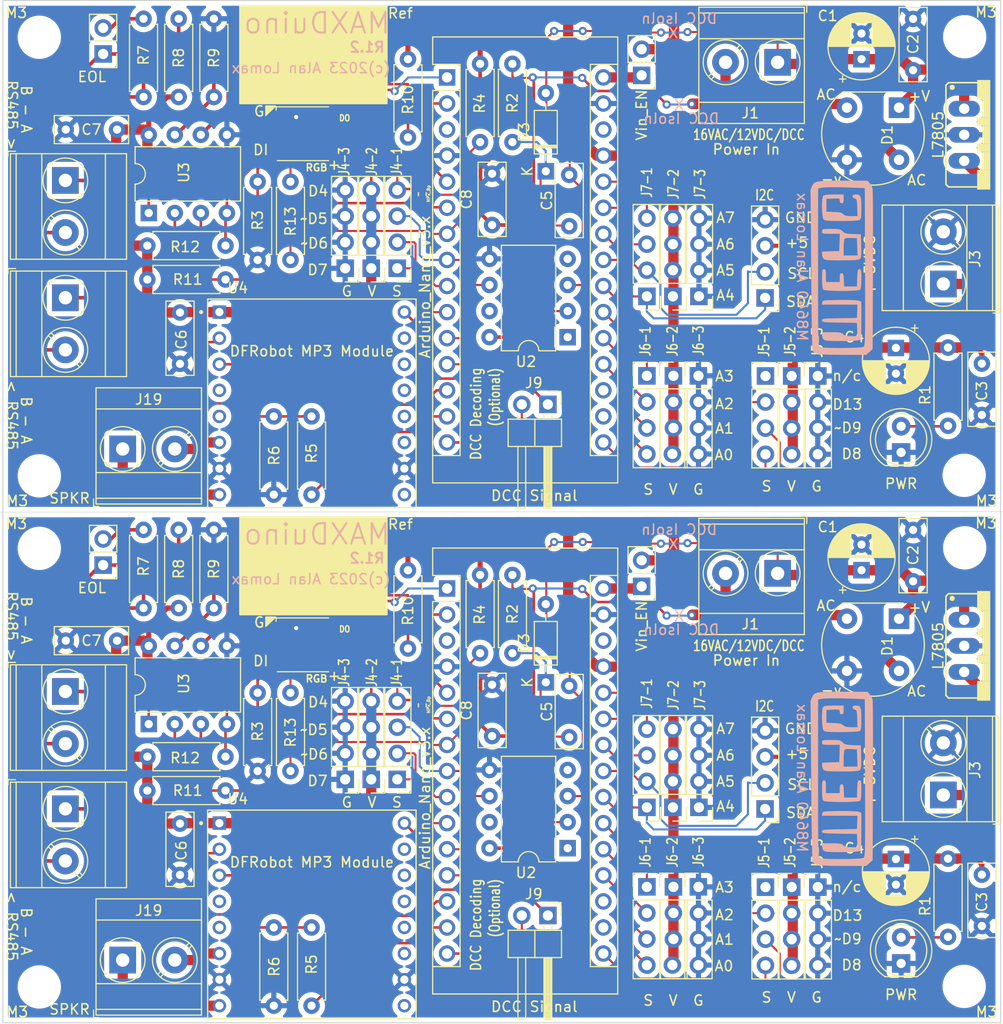
<source format=kicad_pcb>
(kicad_pcb (version 20211014) (generator pcbnew)
  (title_block (title "MAXDuino") (date "2023-09-07") (rev "1.2") (comment 1 "RS485 / MP3 / LED / Sensor / I2C / DCC") (comment 2 "for Modular Rlwy Animations") (comment 3 "Arduino PCB"))
  (layers (0 "F.Cu" signal) (31 "B.Cu" signal) (34 "B.Paste" user) (35 "F.Paste" user) (36 "B.SilkS" user "B.Silkscreen") (37 "F.SilkS" user "F.Silkscreen") (38 "B.Mask" user) (39 "F.Mask" user) (44 "Edge.Cuts" user))
  (net 0 "")
  (net 1 "Board_0-+5V")
  (net 2 "Board_0-A0")
  (net 3 "Board_0-A1")
  (net 4 "Board_0-A2")
  (net 5 "Board_0-A3")
  (net 6 "Board_0-A4 {slash} I2C SDA")
  (net 7 "Board_0-A5 {slash} I2C SCL")
  (net 8 "Board_0-A6")
  (net 9 "Board_0-A7")
  (net 10 "Board_0-D0{slash}Rx")
  (net 11 "Board_0-D10")
  (net 12 "Board_0-D11")
  (net 13 "Board_0-D12")
  (net 14 "Board_0-D13")
  (net 15 "Board_0-D1{slash}Tx")
  (net 16 "Board_0-D2 DE")
  (net 17 "Board_0-D3 RE")
  (net 18 "Board_0-D4")
  (net 19 "Board_0-D4-Hdr")
  (net 20 "Board_0-D6-PWM")
  (net 21 "Board_0-D7")
  (net 22 "Board_0-D8")
  (net 23 "Board_0-D9-PWM")
  (net 24 "Board_0-DCC_Sig")
  (net 25 "Board_0-DCC_in1")
  (net 26 "Board_0-DCC_in2")
  (net 27 "Board_0-GND")
  (net 28 "Board_0-Net-(C1-Pad1)")
  (net 29 "Board_0-Net-(C5-Pad1)")
  (net 30 "Board_0-Net-(D2-Pad2)")
  (net 31 "Board_0-Net-(D4-Pad2)")
  (net 32 "Board_0-Net-(J16-Pad1)")
  (net 33 "Board_0-Net-(J16-Pad2)")
  (net 34 "Board_0-Net-(J19-Pad1)")
  (net 35 "Board_0-Net-(J19-Pad2)")
  (net 36 "Board_0-Net-(JR7-Pad2)")
  (net 37 "Board_0-Net-(R5-Pad2)")
  (net 38 "Board_0-Vin")
  (net 39 "Board_0-unconnected-(A1-Pad17)")
  (net 40 "Board_0-unconnected-(A1-Pad18)")
  (net 41 "Board_0-unconnected-(A1-Pad28)")
  (net 42 "Board_0-unconnected-(A1-Pad3)")
  (net 43 "Board_0-unconnected-(J5-1-Pad1)")
  (net 44 "Board_0-unconnected-(U2-Pad1)")
  (net 45 "Board_0-unconnected-(U2-Pad4)")
  (net 46 "Board_0-unconnected-(U2-Pad7)")
  (net 47 "Board_0-unconnected-(U4-Pad11)")
  (net 48 "Board_0-unconnected-(U4-Pad12)")
  (net 49 "Board_0-unconnected-(U4-Pad13)")
  (net 50 "Board_0-unconnected-(U4-Pad14)")
  (net 51 "Board_0-unconnected-(U4-Pad15)")
  (net 52 "Board_0-unconnected-(U4-Pad4)")
  (net 53 "Board_0-unconnected-(U4-Pad5)")
  (net 54 "Board_0-unconnected-(U4-Pad9)")
  (net 55 "Board_1-+5V")
  (net 56 "Board_1-A0")
  (net 57 "Board_1-A1")
  (net 58 "Board_1-A2")
  (net 59 "Board_1-A3")
  (net 60 "Board_1-A4 {slash} I2C SDA")
  (net 61 "Board_1-A5 {slash} I2C SCL")
  (net 62 "Board_1-A6")
  (net 63 "Board_1-A7")
  (net 64 "Board_1-D0{slash}Rx")
  (net 65 "Board_1-D10")
  (net 66 "Board_1-D11")
  (net 67 "Board_1-D12")
  (net 68 "Board_1-D13")
  (net 69 "Board_1-D1{slash}Tx")
  (net 70 "Board_1-D2 DE")
  (net 71 "Board_1-D3 RE")
  (net 72 "Board_1-D4")
  (net 73 "Board_1-D4-Hdr")
  (net 74 "Board_1-D6-PWM")
  (net 75 "Board_1-D7")
  (net 76 "Board_1-D8")
  (net 77 "Board_1-D9-PWM")
  (net 78 "Board_1-DCC_Sig")
  (net 79 "Board_1-DCC_in1")
  (net 80 "Board_1-DCC_in2")
  (net 81 "Board_1-GND")
  (net 82 "Board_1-Net-(C1-Pad1)")
  (net 83 "Board_1-Net-(C5-Pad1)")
  (net 84 "Board_1-Net-(D2-Pad2)")
  (net 85 "Board_1-Net-(D4-Pad2)")
  (net 86 "Board_1-Net-(J16-Pad1)")
  (net 87 "Board_1-Net-(J16-Pad2)")
  (net 88 "Board_1-Net-(J19-Pad1)")
  (net 89 "Board_1-Net-(J19-Pad2)")
  (net 90 "Board_1-Net-(JR7-Pad2)")
  (net 91 "Board_1-Net-(R5-Pad2)")
  (net 92 "Board_1-Vin")
  (net 93 "Board_1-unconnected-(A1-Pad17)")
  (net 94 "Board_1-unconnected-(A1-Pad18)")
  (net 95 "Board_1-unconnected-(A1-Pad28)")
  (net 96 "Board_1-unconnected-(A1-Pad3)")
  (net 97 "Board_1-unconnected-(J5-1-Pad1)")
  (net 98 "Board_1-unconnected-(U2-Pad1)")
  (net 99 "Board_1-unconnected-(U2-Pad4)")
  (net 100 "Board_1-unconnected-(U2-Pad7)")
  (net 101 "Board_1-unconnected-(U4-Pad11)")
  (net 102 "Board_1-unconnected-(U4-Pad12)")
  (net 103 "Board_1-unconnected-(U4-Pad13)")
  (net 104 "Board_1-unconnected-(U4-Pad14)")
  (net 105 "Board_1-unconnected-(U4-Pad15)")
  (net 106 "Board_1-unconnected-(U4-Pad4)")
  (net 107 "Board_1-unconnected-(U4-Pad5)")
  (net 108 "Board_1-unconnected-(U4-Pad9)")
  (footprint "Resistor_THT:R_Axial_DIN0207_L6.3mm_D2.5mm_P7.62mm_Horizontal" (layer "F.Cu") (at 64.6814 70.9542 -90)
    (fp_text reference "R2")
    (fp_text value "2K2" hide)
  )
  (footprint "Module:Arduino_Nano" (layer "F.Cu") (at 58.306 72.275)
    (fp_text reference "A1" hide)
    (fp_text value "Arduino_Nano_v3.x")
  )
  (footprint "Resistor_THT:R_Axial_DIN0207_L6.3mm_D2.5mm_P7.62mm_Horizontal" (layer "F.Cu") (at 36.706 91.96 180)
    (fp_text reference "R11")
    (fp_text value "10K" hide)
  )
  (footprint "Resistor_SMD:R_0402_1005Metric" (layer "F.Cu") (at 55.893 33.8702 90)
    (fp_text reference "R14" hide)
    (fp_text value "0R" hide)
  )
  (footprint "Capacitor_THT:C_Disc_D7.0mm_W2.5mm_P5.00mm" (layer "F.Cu") (at 70.2186 36.9798 90)
    (fp_text reference "C5")
    (fp_text value ".001uF" hide)
  )
  (footprint "Capacitor_THT:C_Disc_D7.0mm_W2.5mm_P5.00mm" (layer "F.Cu") (at 62.7002 36.8674 90)
    (fp_text reference "C8")
    (fp_text value "100nF")
  )
  (footprint "Capacitor_THT:C_Disc_D7.0mm_W2.5mm_P5.00mm" (layer "F.Cu") (at 103.7466 71.5746 90)
    (fp_text reference "C2")
    (fp_text value "100nF" hide)
  )
  (footprint "Resistor_THT:R_Axial_DIN0207_L6.3mm_D2.5mm_P7.62mm_Horizontal" (layer "F.Cu") (at 61.5318 28.7902 90)
    (fp_text reference "R4")
    (fp_text value "470R" hide)
  )
  (footprint "Connector_PinHeader_2.54mm:PinHeader_1x02_P2.54mm_Horizontal" (layer "F.Cu") (at 68.1358 54.3426 -90)
    (fp_text reference "J9")
    (fp_text value "DCC Signal")
  )
  (footprint "Connector_PinHeader_2.54mm:PinHeader_1x04_P2.54mm_Vertical" (layer "F.Cu") (at 82.819 101.3426)
    (fp_text reference "J6-3")
    (fp_text value "GND" hide)
  )
  (footprint "Connector_PinHeader_2.54mm:PinHeader_1x04_P2.54mm_Vertical" (layer "F.Cu") (at 91.9102 51.5786)
    (fp_text reference "J5-2")
    (fp_text value "+5" hide)
  )
  (footprint "Capacitor_THT:C_Disc_D7.0mm_W2.5mm_P5.00mm" (layer "F.Cu") (at 32.271 95.175 -90)
    (fp_text reference "C6")
    (fp_text value "100nF" hide)
  )
  (footprint "Connector_PinHeader_2.54mm:PinHeader_1x04_P2.54mm_Vertical" (layer "F.Cu") (at 53.4562 90.8678 180)
    (fp_text reference "J4-1")
    (fp_text value "I/O" hide)
  )
  (footprint "Resistor_THT:R_Axial_DIN0207_L6.3mm_D2.5mm_P7.62mm_Horizontal" (layer "F.Cu") (at 107.1502 98.5894 -90)
    (fp_text reference "R1")
    (fp_text value "6.8K")
  )
  (footprint "Connector_PinHeader_2.54mm:PinHeader_1x04_P2.54mm_Vertical" (layer "F.Cu") (at 80.3286 43.817 180)
    (fp_text reference "J7-2")
    (fp_text value "+5" hide)
  )
  (footprint "Capacitor_THT:C_Disc_D7.0mm_W2.5mm_P5.00mm" (layer "F.Cu") (at 110.4522 50.3694 -90)
    (fp_text reference "C3")
    (fp_text value "100nF" hide)
  )
  (footprint "Connector_PinHeader_2.54mm:PinHeader_1x04_P2.54mm_Vertical" (layer "F.Cu") (at 80.379 101.3426)
    (fp_text reference "J6-2")
    (fp_text value "+5" hide)
  )
  (footprint "Resistor_THT:R_Axial_DIN0207_L6.3mm_D2.5mm_P7.62mm_Horizontal" (layer "F.Cu") (at 28.715 16.776 -90)
    (fp_text reference "R7")
    (fp_text value "120R" hide)
  )
  (footprint "Connector_PinHeader_2.54mm:PinHeader_1x04_P2.54mm_Vertical" (layer "F.Cu") (at 77.7878 101.3426)
    (fp_text reference "J6-1")
    (fp_text value "I/O" hide)
  )
  (footprint "MountingHole:MountingHole_3.2mm_M3" (layer "F.Cu") (at 108.725 61.2514)
    (fp_text reference "M3.2" hide)
    (fp_text value "M3")
  )
  (footprint "Connector_PinHeader_2.54mm:PinHeader_1x04_P2.54mm_Vertical" (layer "F.Cu") (at 48.3746 41.0838 180)
    (fp_text reference "J4-3")
    (fp_text value "GND" hide)
  )
  (footprint "MountingHole:MountingHole_3.2mm_M3" (layer "F.Cu") (at 18.555 61.3022)
    (fp_text reference "M3.3" hide)
    (fp_text value "M3")
  )
  (footprint "Package_DIP:DIP-8_W7.62mm" (layer "F.Cu") (at 29.223 85.483 90)
    (fp_text reference "U3")
    (fp_text value "MAX485E" hide)
  )
  (footprint "TerminalBlock_Phoenix:TerminalBlock_Phoenix_MKDS-3-2-5.08_1x02_P5.08mm_Horizontal" (layer "F.Cu") (at 90.5386 21.0178 180)
    (fp_text reference "J1")
    (fp_text value "16VAC/12VDC/DCC")
  )
  (footprint "LED_SMD:LED_Inolux_IN-PI554FCH_PLCC4_5.0x5.0mm_P3.2mm" (layer "F.Cu") (at 44.2598 27.9774)
    (fp_text reference "D4")
    (fp_text value "Inolux_IN-PI554FCH")
  )
  (footprint "Resistor_THT:R_Axial_DIN0207_L6.3mm_D2.5mm_P7.62mm_Horizontal" (layer "F.Cu") (at 28.715 66.56 -90)
    (fp_text reference "R7")
    (fp_text value "120R" hide)
  )
  (footprint "DFRobot:MODULE_DFR0299" (layer "F.Cu") (at 45.1265 104.025)
    (fp_text reference "U4")
    (fp_text value "DFRobot MP3")
  )
  (footprint "TerminalBlock_Phoenix:TerminalBlock_Phoenix_MKDS-3-2-5.08_1x02_P5.08mm_Horizontal" (layer "F.Cu") (at 26.683 108.47)
    (fp_text reference "J19")
    (fp_text value "SPKR")
  )
  (footprint "Connector_PinHeader_2.54mm:PinHeader_1x04_P2.54mm_Vertical" (layer "F.Cu") (at 94.451 101.3626)
    (fp_text reference "J5-3")
    (fp_text value "GND" hide)
  )
  (footprint "Diode_THT:D_DO-35_SOD27_P7.62mm_Horizontal" (layer "F.Cu") (at 67.9326 31.635 90)
    (fp_text reference "D3")
    (fp_text value "1N914")
  )
  (footprint "TerminalBlock_Phoenix:TerminalBlock_Phoenix_MKDS-3-2-5.08_1x02_P5.08mm_Horizontal" (layer "F.Cu") (at 21.095 93.738 -90)
    (fp_text reference "J17" hide)
    (fp_text value "< RS485")
  )
  (footprint "Resistor_THT:R_Axial_DIN0207_L6.3mm_D2.5mm_P7.62mm_Horizontal" (layer "F.Cu") (at 45.098 112.915 90)
    (fp_text reference "R5")
    (fp_text value "680R" hide)
  )
  (footprint "Connector_PinHeader_2.54mm:PinHeader_1x02_P2.54mm_Horizontal" (layer "F.Cu") (at 68.1358 104.1266 -90)
    (fp_text reference "J9")
    (fp_text value "DCC Signal")
  )
  (footprint "TerminalBlock_Phoenix:TerminalBlock_Phoenix_MKDS-3-2-5.08_1x02_P5.08mm_Horizontal" (layer "F.Cu") (at 21.095 82.308 -90)
    (fp_text reference "J16" hide)
    (fp_text value "RS485 >")
  )
  (footprint "MountingHole:MountingHole_3.2mm_M3" (layer "F.Cu") (at 108.7758 18.5286)
    (fp_text reference "M3.1" hide)
    (fp_text value "M3")
  )
  (footprint "MountingHole:MountingHole_3.2mm_M3" (layer "F.Cu") (at 18.555 111.0862)
    (fp_text reference "M3.3" hide)
    (fp_text value "M3")
  )
  (footprint "Connector_PinHeader_2.54mm:PinHeader_1x04_P2.54mm_Vertical" (layer "F.Cu") (at 50.9154 90.8678 180)
    (fp_text reference "J4-2")
    (fp_text value "+5" hide)
  )
  (footprint "MountingHole:MountingHole_3.2mm_M3" (layer "F.Cu") (at 108.7758 68.3126)
    (fp_text reference "M3.1" hide)
    (fp_text value "M3")
  )
  (footprint "Resistor_THT:R_Axial_DIN0207_L6.3mm_D2.5mm_P7.62mm_Horizontal" (layer "F.Cu") (at 54.496 28.333 90)
    (fp_text reference "R10")
    (fp_text value "10K" hide)
  )
  (footprint "Module:Arduino_Nano" (layer "F.Cu") (at 58.306 22.491)
    (fp_text reference "A1" hide)
    (fp_text value "Arduino_Nano_v3.x")
  )
  (footprint "Capacitor_THT:C_Disc_D7.0mm_W2.5mm_P5.00mm" (layer "F.Cu") (at 110.4522 100.1534 -90)
    (fp_text reference "C3")
    (fp_text value "100nF" hide)
  )
  (footprint "Capacitor_THT:CP_Radial_D6.3mm_P2.50mm" (layer "F.Cu") (at 102.0702 48.842221 -90)
    (fp_text reference "C4")
    (fp_text value "220uF")
  )
  (footprint "Resistor_THT:R_Axial_DIN0207_L6.3mm_D2.5mm_P7.62mm_Horizontal" (layer "F.Cu") (at 32.144 24.396 90)
    (fp_text reference "R8")
    (fp_text value "20K" hide)
  )
  (footprint "TerminalBlock_Phoenix:TerminalBlock_Phoenix_MKDS-3-2-5.08_1x02_P5.08mm_Horizontal" (layer "F.Cu") (at 21.095 43.954 -90)
    (fp_text reference "J17" hide)
    (fp_text value "< RS485")
  )
  (footprint "Connector_PinHeader_2.54mm:PinHeader_1x04_P2.54mm_Vertical" (layer "F.Cu") (at 50.9154 41.0838 180)
    (fp_text reference "J4-2")
    (fp_text value "+5" hide)
  )
  (footprint "Resistor_THT:R_Axial_DIN0207_L6.3mm_D2.5mm_P7.62mm_Horizontal" (layer "F.Cu") (at 32.144 74.18 90)
    (fp_text reference "R8")
    (fp_text value "20K" hide)
  )
  (footprint "Resistor_THT:R_Axial_DIN0207_L6.3mm_D2.5mm_P7.62mm_Horizontal" (layer "F.Cu") (at 36.706 42.176 180)
    (fp_text reference "R11")
    (fp_text value "10K" hide)
  )
  (footprint "Resistor_THT:R_Axial_DIN0207_L6.3mm_D2.5mm_P7.62mm_Horizontal" (layer "F.Cu") (at 39.8402 90.055 90)
    (fp_text reference "R3")
    (fp_text value "10K" hide)
  )
  (footprint "Connector_PinHeader_2.54mm:PinHeader_1x04_P2.54mm_Vertical" (layer "F.Cu") (at 77.7878 43.817 180)
    (fp_text reference "J7-1")
    (fp_text value "I/O" hide)
  )
  (footprint "Connector_PinHeader_2.54mm:PinHeader_1x02_P2.54mm_Vertical" (layer "F.Cu") (at 77.2798 22.2878 180)
    (fp_text reference "J2" hide)
    (fp_text value "Vin_EN")
  )
  (footprint "Capacitor_THT:C_Disc_D7.0mm_W2.5mm_P5.00mm" (layer "F.Cu") (at 62.7002 86.6514 90)
    (fp_text reference "C8")
    (fp_text value "100nF")
  )
  (footprint "Connector_PinHeader_2.54mm:PinHeader_1x02_P2.54mm_Vertical" (layer "F.Cu") (at 24.778 69.994 180)
    (fp_text reference "JR7" hide)
    (fp_text value "EOL")
  )
  (footprint "Package_DIP:DIP-8_W7.62mm" (layer "F.Cu") (at 29.223 35.699 90)
    (fp_text reference "U3")
    (fp_text value "MAX485E" hide)
  )
  (footprint "Connector_PinHeader_2.54mm:PinHeader_1x04_P2.54mm_Vertical" (layer "F.Cu") (at 82.819 51.5586)
    (fp_text reference "J6-3")
    (fp_text value "GND" hide)
  )
  (footprint "Connector_PinHeader_2.54mm:PinHeader_1x02_P2.54mm_Vertical" (layer "F.Cu") (at 77.2798 72.0718 180)
    (fp_text reference "J2" hide)
    (fp_text value "Vin_EN")
  )
  (footprint "MountingHole:MountingHole_3.2mm_M3" (layer "F.Cu") (at 108.725 111.0354)
    (fp_text reference "M3.2" hide)
    (fp_text value "M3")
  )
  (footprint "TerminalBlock_Phoenix:TerminalBlock_Phoenix_MKDS-3-2-5.08_1x02_P5.08mm_Horizontal" (layer "F.Cu") (at 90.5386 70.8018 180)
    (fp_text reference "J1")
    (fp_text value "16VAC/12VDC/DCC")
  )
  (footprint "Connector_PinHeader_2.54mm:PinHeader_1x04_P2.54mm_Vertical" (layer "F.Cu") (at 80.3286 93.601 180)
    (fp_text reference "J7-2")
    (fp_text value "+5" hide)
  )
  (footprint "Resistor_THT:R_Axial_DIN0207_L6.3mm_D2.5mm_P7.62mm_Horizontal" (layer "F.Cu") (at 35.573 24.396 90)
    (fp_text reference "R9")
    (fp_text value "20K" hide)
  )
  (footprint "Capacitor_THT:CP_Radial_D6.3mm_P2.50mm" (layer "F.Cu") (at 98.7174 20.713 90)
    (fp_text reference "C1")
    (fp_text value "220uF")
  )
  (footprint "TerminalBlock_Phoenix:TerminalBlock_Phoenix_MKDS-3-2-5.08_1x02_P5.08mm_Horizontal" (layer "F.Cu") (at 106.693 92.3918 90)
    (fp_text reference "J3")
    (fp_text value "5VDC")
  )
  (footprint "Resistor_THT:R_Axial_DIN0207_L6.3mm_D2.5mm_P7.62mm_Horizontal" (layer "F.Cu") (at 39.8402 40.271 90)
    (fp_text reference "R3")
    (fp_text value "10K" hide)
  )
  (footprint "" (layer "F.Cu") (at 44.082 71.894)
    (fp_text reference "")
    (fp_text value "")
  )
  (footprint "Resistor_THT:R_Axial_DIN0207_L6.3mm_D2.5mm_P7.62mm_Horizontal" (layer "F.Cu") (at 43.0406 90.055 90)
    (fp_text reference "R13")
    (fp_text value "330R" hide)
  )
  (footprint "Diode_THT:Diode_Bridge_Round_D9.8mm" (layer "F.Cu") (at 102.375 75.2214 -90)
    (fp_text reference "D1")
    (fp_text value "B40C1500G" hide)
  )
  (footprint "Resistor_THT:R_Axial_DIN0207_L6.3mm_D2.5mm_P7.62mm_Horizontal" (layer "F.Cu") (at 54.496 78.117 90)
    (fp_text reference "R10")
    (fp_text value "10K" hide)
  )
  (footprint "Connector_PinHeader_2.54mm:PinHeader_1x04_P2.54mm_Vertical" (layer "F.Cu") (at 91.9102 101.3626)
    (fp_text reference "J5-2")
    (fp_text value "+5" hide)
  )
  (footprint "Resistor_THT:R_Axial_DIN0207_L6.3mm_D2.5mm_P7.62mm_Horizontal" (layer "F.Cu") (at 35.573 74.18 90)
    (fp_text reference "R9")
    (fp_text value "20K" hide)
  )
  (footprint "Diode_THT:D_DO-35_SOD27_P7.62mm_Horizontal" (layer "F.Cu") (at 67.9326 81.419 90)
    (fp_text reference "D3")
    (fp_text value "1N914")
  )
  (footprint "Connector_PinHeader_2.54mm:PinHeader_1x04_P2.54mm_Vertical" (layer "F.Cu") (at 48.3746 90.8678 180)
    (fp_text reference "J4-3")
    (fp_text value "GND" hide)
  )
  (footprint "Connector_PinHeader_2.54mm:PinHeader_1x04_P2.54mm_Vertical" (layer "F.Cu") (at 77.7878 51.5586)
    (fp_text reference "J6-1")
    (fp_text value "I/O" hide)
  )
  (footprint "Capacitor_THT:CP_Radial_D6.3mm_P2.50mm" (layer "F.Cu") (at 98.7174 70.497 90)
    (fp_text reference "C1")
    (fp_text value "220uF")
  )
  (footprint "Resistor_THT:R_Axial_DIN0207_L6.3mm_D2.5mm_P7.62mm_Horizontal" (layer "F.Cu") (at 43.0406 40.271 90)
    (fp_text reference "R13")
    (fp_text value "330R" hide)
  )
  (footprint "Connector_PinHeader_2.54mm:PinHeader_1x04_P2.54mm_Vertical" (layer "F.Cu") (at 82.8678 93.601 180)
    (fp_text reference "J7-3")
    (fp_text value "GND" hide)
  )
  (footprint "Connector_PinHeader_2.54mm:PinHeader_1x04_P2.54mm_Vertical" (layer "F.Cu") (at 82.8678 43.817 180)
    (fp_text reference "J7-3")
    (fp_text value "GND" hide)
  )
  (footprint "Connector_PinHeader_2.54mm:PinHeader_1x02_P2.54mm_Vertical" (layer "F.Cu") (at 24.778 20.21 180)
    (fp_text reference "JR7" hide)
    (fp_text value "EOL")
  )
  (footprint "Resistor_THT:R_Axial_DIN0207_L6.3mm_D2.5mm_P7.62mm_Horizontal" (layer "F.Cu") (at 36.706 38.874 180)
    (fp_text reference "R12")
    (fp_text value "10K" hide)
  )
  (footprint "Connector_PinHeader_2.54mm:PinHeader_1x04_P2.54mm_Vertical" (layer "F.Cu") (at 89.3194 43.9694 180)
    (fp_text reference "J8" hide)
    (fp_text value "I2C")
  )
  (footprint "Diode_THT:Diode_Bridge_Round_D9.8mm" (layer "F.Cu") (at 102.375 25.4374 -90)
    (fp_text reference "D1")
    (fp_text value "B40C1500G" hide)
  )
  (footprint "Package_DIP:DIP-8_W7.62mm" (layer "F.Cu") (at 70.0662 97.5734 180)
    (fp_text reference "U2")
    (fp_text value "6N137" hide)
  )
  (footprint "Connector_PinHeader_2.54mm:PinHeader_1x04_P2.54mm_Vertical" (layer "F.Cu") (at 89.3194 93.7534 180)
    (fp_text reference "J8" hide)
    (fp_text value "I2C")
  )
  (footprint "TerminalBlock_Phoenix:TerminalBlock_Phoenix_MKDS-3-2-5.08_1x02_P5.08mm_Horizontal" (layer "F.Cu") (at 106.693 42.6078 90)
    (fp_text reference "J3")
    (fp_text value "5VDC")
  )
  (footprint "Resistor_THT:R_Axial_DIN0207_L6.3mm_D2.5mm_P7.62mm_Horizontal" (layer "F.Cu") (at 64.6814 21.1702 -90)
    (fp_text reference "R2")
    (fp_text value "2K2" hide)
  )
  (footprint "MountingHole:MountingHole_3.2mm_M3" (layer "F.Cu") (at 18.555 68.3634)
    (fp_text reference "M3.4" hide)
    (fp_text value "M3")
  )
  (footprint "Connector_PinHeader_2.54mm:PinHeader_1x04_P2.54mm_Vertical" (layer "F.Cu") (at 53.4562 41.0838 180)
    (fp_text reference "J4-1")
    (fp_text value "I/O" hide)
  )
  (footprint "Capacitor_THT:C_Disc_D7.0mm_W2.5mm_P5.00mm" (layer "F.Cu") (at 32.271 45.391 -90)
    (fp_text reference "C6")
    (fp_text value "100nF" hide)
  )
  (footprint "Capacitor_THT:C_Disc_D7.0mm_W2.5mm_P5.00mm" (layer "F.Cu") (at 70.2186 86.7638 90)
    (fp_text reference "C5")
    (fp_text value ".001uF" hide)
  )
  (footprint "Resistor_THT:R_Axial_DIN0207_L6.3mm_D2.5mm_P7.62mm_Horizontal" (layer "F.Cu") (at 41.415 55.511 -90)
    (fp_text reference "R6")
    (fp_text value "1K" hide)
  )
  (footprint "Capacitor_THT:C_Disc_D7.0mm_W2.5mm_P5.00mm" (layer "F.Cu") (at 103.7466 21.7906 90)
    (fp_text reference "C2")
    (fp_text value "100nF" hide)
  )
  (footprint "Capacitor_THT:CP_Radial_D6.3mm_P2.50mm" (layer "F.Cu") (at 102.0702 98.626221 -90)
    (fp_text reference "C4")
    (fp_text value "220uF")
  )
  (footprint "Package_DIP:DIP-8_W7.62mm" (layer "F.Cu") (at 70.0662 47.7894 180)
    (fp_text reference "U2")
    (fp_text value "6N137" hide)
  )
  (footprint "" (layer "F.Cu") (at 94.374 71.64)
    (fp_text reference "")
    (fp_text value "")
  )
  (footprint "Connector_PinHeader_2.54mm:PinHeader_1x04_P2.54mm_Vertical" (layer "F.Cu") (at 94.451 51.5786)
    (fp_text reference "J5-3")
    (fp_text value "GND" hide)
  )
  (footprint "Resistor_THT:R_Axial_DIN0207_L6.3mm_D2.5mm_P7.62mm_Horizontal" (layer "F.Cu") (at 45.098 63.131 90)
    (fp_text reference "R5")
    (fp_text value "680R" hide)
  )
  (footprint "LED_THT:LED_D5.0mm" (layer "F.Cu") (at 102.5782 59.0162 90)
    (fp_text reference "D2" hide)
    (fp_text value "PWR")
  )
  (footprint "Resistor_THT:R_Axial_DIN0207_L6.3mm_D2.5mm_P7.62mm_Horizontal" (layer "F.Cu") (at 61.5318 78.5742 90)
    (fp_text reference "R4")
    (fp_text value "470R" hide)
  )
  (footprint "MountingHole:MountingHole_3.2mm_M3" (layer "F.Cu") (at 18.555 18.5794)
    (fp_text reference "M3.4" hide)
    (fp_text value "M3")
  )
  (footprint "Resistor_THT:R_Axial_DIN0207_L6.3mm_D2.5mm_P7.62mm_Horizontal" (layer "F.Cu") (at 36.706 88.658 180)
    (fp_text reference "R12")
    (fp_text value "10K" hide)
  )
  (footprint "L7805:78XXS" (layer "F.Cu") (at 111.265 77.863 -90)
    (fp_text reference "U1" hide)
    (fp_text value "L7805")
  )
  (footprint "Resistor_THT:R_Axial_DIN0207_L6.3mm_D2.5mm_P7.62mm_Horizontal" (layer "F.Cu") (at 107.1502 48.8054 -90)
    (fp_text reference "R1")
    (fp_text value "6.8K")
  )
  (footprint "Connector_PinHeader_2.54mm:PinHeader_1x04_P2.54mm_Vertical" (layer "F.Cu") (at 80.379 51.5586)
    (fp_text reference "J6-2")
    (fp_text value "+5" hide)
  )
  (footprint "LED_SMD:LED_Inolux_IN-PI554FCH_PLCC4_5.0x5.0mm_P3.2mm" (layer "F.Cu") (at 44.2598 77.7614)
    (fp_text reference "D4")
    (fp_text value "Inolux_IN-PI554FCH")
  )
  (footprint "L7805:78XXS" (layer "F.Cu") (at 111.265 28.079 -90)
    (fp_text reference "U1" hide)
    (fp_text value "L7805")
  )
  (footprint "Resistor_THT:R_Axial_DIN0207_L6.3mm_D2.5mm_P7.62mm_Horizontal" (layer "F.Cu") (at 41.415 105.295 -90)
    (fp_text reference "R6")
    (fp_text value "1K" hide)
  )
  (footprint "TerminalBlock_Phoenix:TerminalBlock_Phoenix_MKDS-3-2-5.08_1x02_P5.08mm_Horizontal" (layer "F.Cu") (at 26.683 58.686)
    (fp_text reference "J19")
    (fp_text value "SPKR")
  )
  (footprint "" (layer "F.Cu") (at 94.374 21.856)
    (fp_text reference "")
    (fp_text value "")
  )
  (footprint "" (layer "F.Cu") (at 44.082 22.11)
    (fp_text reference "")
    (fp_text value "")
  )
  (footprint "LED_THT:LED_D5.0mm" (layer "F.Cu") (at 102.5782 108.8002 90)
    (fp_text reference "D2" hide)
    (fp_text value "PWR")
  )
  (footprint "Capacitor_THT:C_Disc_D7.0mm_W2.5mm_P5.00mm" (layer "F.Cu") (at 26.135 77.355 180)
    (fp_text reference "C7")
    (fp_text value "100nF" hide)
  )
  (footprint "Capacitor_THT:C_Disc_D7.0mm_W2.5mm_P5.00mm" (layer "F.Cu") (at 26.135 27.571 180)
    (fp_text reference "C7")
    (fp_text value "100nF" hide)
  )
  (footprint "DFRobot:MODULE_DFR0299" (layer "F.Cu") (at 45.1265 54.241)
    (fp_text reference "U4")
    (fp_text value "DFRobot MP3")
  )
  (footprint "Connector_PinHeader_2.54mm:PinHeader_1x04_P2.54mm_Vertical" (layer "F.Cu") (at 77.7878 93.601 180)
    (fp_text reference "J7-1")
    (fp_text value "I/O" hide)
  )
  (footprint "Connector_PinHeader_2.54mm:PinHeader_1x04_P2.54mm_Vertical" (layer "F.Cu") (at 89.3538 101.3626)
    (fp_text reference "J5-1")
    (fp_text value "I/O" hide)
  )
  (footprint "Resistor_SMD:R_0402_1005Metric" (layer "F.Cu") (at 55.893 83.6542 90)
    (fp_text reference "R14" hide)
    (fp_text value "0R" hide)
  )
  (footprint "Connector_PinHeader_2.54mm:PinHeader_1x04_P2.54mm_Vertical" (layer "F.Cu") (at 89.3538 51.5786)
    (fp_text reference "J5-1")
    (fp_text value "I/O" hide)
  )
  (footprint "TerminalBlock_Phoenix:TerminalBlock_Phoenix_MKDS-3-2-5.08_1x02_P5.08mm_Horizontal" (layer "F.Cu") (at 21.095 32.524 -90)
    (fp_text reference "J16" hide)
    (fp_text value "RS485 >")
  )
  (footprint "LOGO" (layer "B.Cu") (at 96.879086 40.985076 90)
    (fp_text reference "G***" hide)
    (fp_text value "LOGO" hide)
  )
  (footprint "LOGO" (layer "B.Cu") (at 96.879086 90.769076 90)
    (fp_text reference "G***" hide)
    (fp_text value "LOGO" hide)
  )
  (gr_rect (start 38.113 65.3154) (end 52.4386 74.815) (layer "F.SilkS") (width 0.15) (fill solid))
  (gr_poly (pts (xy 40.653 75.9326) (xy 40.653 75.069) (xy 41.5674 75.069)) (layer "F.SilkS") (width 0.15) (fill solid))
  (gr_poly (pts (xy 40.653 26.1486) (xy 40.653 25.285) (xy 41.5674 25.285)) (layer "F.SilkS") (width 0.15) (fill solid))
  (gr_rect (start 38.113 15.5314) (end 52.4386 25.031) (layer "F.SilkS") (width 0.15) (fill solid))
  (gr_line (start 112.4852 64.785) (end 14.746 64.8348) (layer "Edge.Cuts") (width 0.05))
  (gr_line (start 112.28 114.57) (end 112.28 15) (layer "Edge.Cuts") (width 0.1))
  (gr_line (start 112.28 15) (end 15 15) (layer "Edge.Cuts") (width 0.1))
  (gr_line (start 15 114.57) (end 112.28 114.57) (layer "Edge.Cuts") (width 0.1))
  (gr_line (start 15 15) (end 15 114.57) (layer "Edge.Cuts") (width 0.1))
  (gr_text "MAXDuino" (at 45.6314 17.2078) (layer "B.SilkS") (effects (font (size 2 2) (thickness 0.2)) (justify mirror)))
  (gr_text "DCC Isoln" (at 80.9374 66.5346) (layer "B.SilkS") (effects (font (size 1 1)) (justify mirror)))
  (gr_text "X" (at 80.9374 74.9674) (layer "B.SilkS") (effects (font (size 1 1)) (justify mirror)))
  (gr_text "R1.2" (at 50.5082 69.3286) (layer "B.SilkS") (effects (font (size 1 1) (thickness 0.2)) (justify mirror)))
  (gr_text "DCC Isoln" (at 81.1406 76.2882) (layer "B.SilkS") (effects (font (size 1 1)) (justify mirror)))
  (gr_text "M8640 Alan Lomax " (at 92.9262 90.3598 270) (layer "B.SilkS") (effects (font (size 1 1)) (justify mirror)))
  (gr_text "M8640 Alan Lomax " (at 92.9262 40.5758 270) (layer "B.SilkS") (effects (font (size 1 1)) (justify mirror)))
  (gr_text "R1.2" (at 50.5082 19.5446) (layer "B.SilkS") (effects (font (size 1 1) (thickness 0.2)) (justify mirror)))
  (gr_text "X" (at 80.3786 67.957) (layer "B.SilkS") (effects (font (size 1 1)) (justify mirror)))
  (gr_text "DCC Isoln" (at 81.1406 26.5042) (layer "B.SilkS") (effects (font (size 1 1)) (justify mirror)))
  (gr_text "DCC Isoln" (at 80.9374 16.7506) (layer "B.SilkS") (effects (font (size 1 1)) (justify mirror)))
  (gr_text "MAXDuino" (at 45.6314 66.9918) (layer "B.SilkS") (effects (font (size 2 2) (thickness 0.2)) (justify mirror)))
  (gr_text "(c)2023 Alan Lomax " (at 44.6662 21.5766) (layer "B.SilkS") (effects (font (size 1 1)) (justify mirror)))
  (gr_text "X" (at 80.9374 25.1834) (layer "B.SilkS") (effects (font (size 1 1)) (justify mirror)))
  (gr_text "(c)2023 Alan Lomax " (at 44.6662 71.3606) (layer "B.SilkS") (effects (font (size 1 1)) (justify mirror)))
  (gr_text "X" (at 80.3786 18.173) (layer "B.SilkS") (effects (font (size 1 1)) (justify mirror)))
  (gr_text "-" (at 99.6318 85.737 90) (layer "F.SilkS") (effects (font (size 1 1))))
  (gr_text "+" (at 47.3078 80.7586) (layer "F.SilkS") (effects (font (size 1 1))))
  (gr_text "D7" (at 45.6822 41.2362) (layer "F.SilkS") (effects (font (size 1 1))))
  (gr_text "+" (at 47.3078 30.9746) (layer "F.SilkS") (effects (font (size 1 1))))
  (gr_text "-v" (at 95.771 32.397) (layer "F.SilkS") (effects (font (size 1 1))))
  (gr_text "D13" (at 97.3458 54.3426) (layer "F.SilkS") (effects (font (size 1 1))))
  (gr_text "A7" (at 85.4586 85.9402) (layer "F.SilkS") (effects (font (size 1 1))))
  (gr_text "SDA" (at 92.7738 94.119) (layer "F.SilkS") (effects (font (size 1 1))))
  (gr_text "+" (at 99.581 43.1158 90) (layer "F.SilkS") (effects (font (size 1 1))))
  (gr_text "D8" (at 97.7522 59.1686) (layer "F.SilkS") (effects (font (size 1 1))))
  (gr_text "B - A" (at 17.285 55.892 270) (layer "F.SilkS") (effects (font (size 1 1))))
  (gr_text "D4" (at 45.733 33.5654) (layer "F.SilkS") (effects (font (size 1 1))))
  (gr_text "(Optional)" (at 62.9542 53.6314 90) (layer "F.SilkS") (effects (font (size 1 0.75))))
  (gr_text "A3" (at 85.357 51.5994) (layer "F.SilkS") (effects (font (size 1 1))))
  (gr_text "D8" (at 97.7522 108.9526) (layer "F.SilkS") (effects (font (size 1 1))))
  (gr_text "n/c" (at 97.295 101.3326) (layer "F.SilkS") (effects (font (size 1 1))))
  (gr_text "(Optional)" (at 62.9542 103.4154 90) (layer "F.SilkS") (effects (font (size 1 0.75))))
  (gr_text "A0" (at 85.3062 59.2702) (layer "F.SilkS") (effects (font (size 1 1))))
  (gr_text "S  V  G" (at 91.9102 62.3182) (layer "F.SilkS") (effects (font (size 1 1))))
  (gr_text "~D5" (at 45.3266 86.0418) (layer "F.SilkS") (effects (font (size 1 1))))
  (gr_text "Ref" (at 53.7594 66.0266) (layer "F.SilkS") (effects (font (size 1 1))))
  (gr_text "S  V  G" (at 80.3786 62.623) (layer "F.SilkS") (effects (font (size 1 1))))
  (gr_text "A1" (at 85.357 56.6794) (layer "F.SilkS") (effects (font (size 1 1))))
  (gr_text "A5" (at 85.4586 91.071) (layer "F.SilkS") (effects (font (size 1 1))))
  (gr_text "-" (at 99.6318 35.953 90) (layer "F.SilkS") (effects (font (size 1 1))))
  (gr_text "~D9" (at 97.3966 56.6286) (layer "F.SilkS") (effects (font (size 1 1))))
  (gr_text "B - A" (at 17.285 25.5898 270) (layer "F.SilkS") (effects (font (size 1 1))))
  (gr_text "DI" (at 40.145 29.5522) (layer "F.SilkS") (effects (font (size 1 1))))
  (gr_text "A3" (at 85.357 101.3834) (layer "F.SilkS") (effects (font (size 1 1))))
  (gr_text "A6" (at 85.4586 88.531) (layer "F.SilkS") (effects (font (size 1 1))))
  (gr_text "RGB" (at 45.5806 31.2794) (layer "F.SilkS") (effects (font (size 0.7 0.7))))
  (gr_text "Ref" (at 53.7594 16.2426) (layer "F.SilkS") (effects (font (size 1 1))))
  (gr_text "G  V  S" (at 50.9654 93.103) (layer "F.SilkS") (effects (font (size 1 1))))
  (gr_text "AC" (at 104.1022 82.2826) (layer "F.SilkS") (effects (font (size 1 1))))
  (gr_text "~D9" (at 97.3966 106.4126) (layer "F.SilkS") (effects (font (size 1 1))))
  (gr_text "D4" (at 45.733 83.3494) (layer "F.SilkS") (effects (font (size 1 1))))
  (gr_text "B - A" (at 17.285 75.3738 270) (layer "F.SilkS") (effects (font (size 1 1))))
  (gr_text "S  V  G" (at 91.9102 112.1022) (layer "F.SilkS") (effects (font (size 1 1))))
  (gr_text "+5" (at 92.4182 88.3786) (layer "F.SilkS") (effects (font (size 1 1))))
  (gr_text "A4" (at 85.4586 43.7254) (layer "F.SilkS") (effects (font (size 1 1))))
  (gr_text "S  V  G" (at 80.3786 112.407) (layer "F.SilkS") (effects (font (size 1 1))))
  (gr_text "A2" (at 85.357 54.2918) (layer "F.SilkS") (effects (font (size 1 1))))
  (gr_text "NPx_Bp" (at 56.5026 83.6034 90) (layer "F.SilkS") (effects (font (size 0.3 0.3) (thickness 0.075))))
  (gr_text "Power In" (at 87.4906 29.5014) (layer "F.SilkS") (effects (font (size 1 1))))
  (gr_text "GND" (at 92.7738 36.1562) (layer "F.SilkS") (effects (font (size 1 1))))
  (gr_text "~D5" (at 45.3266 36.2578) (layer "F.SilkS") (effects (font (size 1 1))))
  (gr_text "A6" (at 85.4586 38.747) (layer "F.SilkS") (effects (font (size 1 1))))
  (gr_text "SCL" (at 92.8754 41.5918) (layer "F.SilkS") (effects (font (size 1 1))))
  (gr_text "G" (at 39.9926 75.577) (layer "F.SilkS") (effects (font (size 1 1))))
  (gr_text "NPx_Bp" (at 56.5026 33.8194 90) (layer "F.SilkS") (effects (font (size 0.3 0.3) (thickness 0.075))))
  (gr_text "A2" (at 85.357 104.0758) (layer "F.SilkS") (effects (font (size 1 1))))
  (gr_text "+V" (at 104.3562 24.3198) (layer "F.SilkS") (effects (font (size 1 1))))
  (gr_text "A1" (at 85.357 106.4634) (layer "F.SilkS") (effects (font (size 1 1))))
  (gr_text "DI" (at 40.145 79.3362) (layer "F.SilkS") (effects (font (size 1 1))))
  (gr_text "AC" (at 104.1022 32.4986) (layer "F.SilkS") (effects (font (size 1 1))))
  (gr_text "B - A" (at 17.285 105.676 270) (layer "F.SilkS") (effects (font (size 1 1))))
  (gr_text "AC" (at 95.263 73.9514) (layer "F.SilkS") (effects (font (size 1 1))))
  (gr_text "G" (at 39.9926 25.793) (layer "F.SilkS") (effects (font (size 1 1))))
  (gr_text "GND" (at 92.7738 85.9402) (layer "F.SilkS") (effects (font (size 1 1))))
  (gr_text "D7" (at 45.6822 91.0202) (layer "F.SilkS") (effects (font (size 1 1))))
  (gr_text "A0" (at 85.3062 109.0542) (layer "F.SilkS") (effects (font (size 1 1))))
  (gr_text "RGB" (at 45.5806 81.0634) (layer "F.SilkS") (effects (font (size 0.7 0.7))))
  (gr_text "DO" (at 48.3238 26.4534) (layer "F.SilkS") (effects (font (size 0.6 0.5) (thickness 0.125))))
  (gr_text "SDA" (at 92.7738 44.335) (layer "F.SilkS") (effects (font (size 1 1))))
  (gr_text "+" (at 99.581 92.8998 90) (layer "F.SilkS") (effects (font (size 1 1))))
  (gr_text "G  V  S" (at 50.9654 43.319) (layer "F.SilkS") (effects (font (size 1 1))))
  (gr_text "n/c" (at 97.295 51.5486) (layer "F.SilkS") (effects (font (size 1 1))))
  (gr_text "~D6" (at 45.3774 38.6454) (layer "F.SilkS") (effects (font (size 1 1))))
  (gr_text "AC" (at 95.263 24.1674) (layer "F.SilkS") (effects (font (size 1 1))))
  (gr_text "A5" (at 85.4586 41.287) (layer "F.SilkS") (effects (font (size 1 1))))
  (gr_text "-v" (at 95.771 82.181) (layer "F.SilkS") (effects (font (size 1 1))))
  (gr_text "DCC Decoding" (at 61.1254 105.041 90) (layer "F.SilkS") (effects (font (size 1 0.85))))
  (gr_text "~D6" (at 45.3774 88.4294) (layer "F.SilkS") (effects (font (size 1 1))))
  (gr_text "+V" (at 104.3562 74.1038) (layer "F.SilkS") (effects (font (size 1 1))))
  (gr_text "A7" (at 85.4586 36.1562) (layer "F.SilkS") (effects (font (size 1 1))))
  (gr_text "DO" (at 48.3238 76.2374) (layer "F.SilkS") (effects (font (size 0.6 0.5) (thickness 0.125))))
  (gr_text "A4" (at 85.4586 93.5094) (layer "F.SilkS") (effects (font (size 1 1))))
  (gr_text "D13" (at 97.3458 104.1266) (layer "F.SilkS") (effects (font (size 1 1))))
  (gr_text "Power In" (at 87.4906 79.2854) (layer "F.SilkS") (effects (font (size 1 1))))
  (gr_text "DCC Decoding" (at 61.1254 55.257 90) (layer "F.SilkS") (effects (font (size 1 0.85))))
  (gr_text "+5" (at 92.4182 38.5946) (layer "F.SilkS") (effects (font (size 1 1))))
  (gr_text "SCL" (at 92.8754 91.3758) (layer "F.SilkS") (effects (font (size 1 1))))
  (segment (start 29.086 42.176) (end 29.086 45.2648) (width 1) (layer "F.Cu") (net 1))
  (segment (start 110.0458 31.9398) (end 108.725 30.619) (width 1) (layer "F.Cu") (net 1))
  (segment (start 31.0264 24.396) (end 29.223 26.1994) (width 0.5) (layer "F.Cu") (net 1))
  (segment (start 50.9154 33.4638) (end 50.9154 29.9594) (width 0.25) (layer "F.Cu") (net 1))
  (segment (start 108.5218 48.8562) (end 108.471 48.8054) (width 1) (layer "F.Cu") (net 1))
  (segment (start 91.1482 48.2974) (end 91.2498 48.1958) (width 0.4) (layer "F.Cu") (net 1))
  (segment (start 61.5318 21.1702) (end 61.5318 16.4458) (width 0.5) (layer "F.Cu") (net 1))
  (segment (start 65.2402 36.969) (end 65.2402 46.367) (width 0.35) (layer "F.Cu") (net 1))
  (segment (start 36.1095 45.351) (end 49.3398 45.351) (width 1) (layer "F.Cu") (net 1))
  (segment (start 97.8538 48.8054) (end 110.0458 48.8054) (width 1) (layer "F.Cu") (net 1))
  (segment (start 109.6394 42.6078) (end 106.693 42.6078) (width 1) (layer "F.Cu") (net 1))
  (segment (start 70.117 16.4966) (end 70.0662 16.4458) (width 1) (layer "F.Cu") (net 1))
  (segment (start 73.546 30.111) (end 77.5338 30.111) (width 1) (layer "F.Cu") (net 1))
  (segment (start 50.9154 29.9594) (end 50.5334 29.5774) (width 0.25) (layer "F.Cu") (net 1))
  (segment (start 77.5338 30.111) (end 80.3786 32.9558) (width 1) (layer "F.Cu") (net 1))
  (segment (start 26.429 38.874) (end 26.048 38.493) (width 1) (layer "F.Cu") (net 1))
  (segment (start 91.4838 39.5706) (end 90.8026 38.8894) (width 0.2) (layer "F.Cu") (net 1))
  (segment (start 92.0118 59.1786) (end 92.0118 48.8562) (width 1) (layer "F.Cu") (net 1))
  (segment (start 29.086 42.176) (end 29.086 38.874) (width 1) (layer "F.Cu") (net 1))
  (segment (start 72.911 30.111) (end 70.117 27.317) (width 1) (layer "F.Cu") (net 1))
  (segment (start 29.086 45.2648) (end 29.2122 45.391) (width 1) (layer "F.Cu") (net 1))
  (segment (start 54.4706 16.4966) (end 69.863 16.4966) (width 1) (layer "F.Cu") (net 1))
  (segment (start 63.1066 29.8062) (end 63.1066 24.5738) (width 0.35) (layer "F.Cu") (net 1))
  (segment (start 92.0118 48.8562) (end 91.9102 48.7546) (width 1) (layer "F.Cu") (net 1))
  (segment (start 90.8026 38.8894) (end 89.3194 38.8894) (width 0.4) (layer "F.Cu") (net 1))
  (segment (start 62.7002 36.8674) (end 65.1386 36.8674) (width 0.35) (layer "F.Cu") (net 1))
  (segment (start 52.0322 17.1062) (end 52.6418 16.4966) (width 1) (layer "F.Cu") (net 1))
  (segment (start 29.096 28.206) (end 29.096 30.238) (width 1) (layer "F.Cu") (net 1))
  (segment (start 110.0458 48.8054) (end 110.0458 31.9398) (width 1) (layer "F.Cu") (net 1))
  (segment (start 70.117 27.317) (end 70.117 16.4966) (width 1) (layer "F.Cu") (net 1))
  (segment (start 32.311 45.351) (end 36.1095 45.351) (width 1) (layer "F.Cu") (net 1))
  (segment (start 61.576689 31.336111) (end 63.1066 29.8062) (width 0.35) (layer "F.Cu") (net 1))
  (segment (start 61.576689 35.743889) (end 61.576689 31.336111) (width 0.35) (layer "F.Cu") (net 1))
  (segment (start 50.5334 29.5774) (end 46.7098 29.5774) (width 0.25) (layer "F.Cu") (net 1))
  (segment (start 65.2402 46.367) (end 63.8178 47.7894) (width 0.35) (layer "F.Cu") (net 1))
  (segment (start 90.8334 38.8894) (end 90.8026 38.8894) (width 0.4) (layer "F.Cu") (net 1))
  (segment (start 54.496 20.713) (end 54.496 16.522) (width 0.5) (layer "F.Cu") (net 1))
  (segment (start 108.5218 48.8562) (end 108.217 48.8562) (width 1) (layer "F.Cu") (net 1))
  (segment (start 80.3786 32.9558) (end 80.3786 59.0162) (width 1) (layer "F.Cu") (net 1))
  (segment (start 29.223 26.1994) (end 29.223 27.317) (width 0.5) (layer "F.Cu") (net 1))
  (segment (start 32.144 24.396) (end 31.0264 24.396) (width 0.5) (layer "F.Cu") (net 1))
  (segment (start 41.161 22.2878) (end 52.0322 22.2878) (width 1) (layer "F.Cu") (net 1))
  (segment (start 69.863 16.4966) (end 69.9138 16.5474) (width 1) (layer "F.Cu") (net 1))
  (segment (start 29.096 30.238) (end 37.6304 30.238) (width 1) (layer "F.Cu") (net 1))
  (segment (start 110.4522 50.3694) (end 110.4522 49.3642) (width 0.5) (layer "F.Cu") (net 1))
  (segment (start 91.2498 48.1958) (end 91.2498 39.3058) (width 0.4) (layer "F.Cu") (net 1))
  (segment (start 29.086 38.874) (end 26.429 38.874) (width 1) (layer "F.Cu") (net 1))
  (segment (start 62.4462 23.9134) (end 61.5318 23.9134) (width 0.35) (layer "F.Cu") (net 1))
  (segment (start 65.1386 36.8674) (end 65.2402 36.969) (width 0.35) (layer "F.Cu") (net 1))
  (segment (start 91.2498 39.3058) (end 90.8334 38.8894) (width 0.4) (layer "F.Cu") (net 1))
  (segment (start 108.471 48.8054) (end 81.293 48.8054) (width 1) (layer "F.Cu") (net 1))
  (segment (start 26.135 27.571) (end 28.715 27.571) (width 1) (layer "F.Cu") (net 1))
  (segment (start 38.5702 29.2982) (end 38.5702 24.8786) (width 1) (layer "F.Cu") (net 1))
  (segment (start 63.8178 47.7894) (end 62.4462 47.7894) (width 0.35) (layer "F.Cu") (net 1))
  (segment (start 63.1066 24.5738) (end 62.4462 23.9134) (width 0.35) (layer "F.Cu") (net 1))
  (segment (start 52.6418 16.4966) (end 54.4706 16.4966) (width 1) (layer "F.Cu") (net 1))
  (segment (start 28.715 27.571) (end 29.223 28.079) (width 1) (layer "F.Cu") (net 1))
  (segment (start 29.2122 45.391) (end 32.271 45.391) (width 1) (layer "F.Cu") (net 1))
  (segment (start 61.5318 23.9134) (end 61.5318 21.1702) (width 0.35) (layer "F.Cu") (net 1))
  (segment (start 49.3398 45.351) (end 50.9154 43.7754) (width 1) (layer "F.Cu") (net 1))
  (segment (start 50.9154 43.7754) (end 50.9154 41.0838) (width 1) (layer "F.Cu") (net 1))
  (segment (start 52.0322 22.2878) (end 52.0322 17.1062) (width 1) (layer "F.Cu") (net 1))
  (segment (start 37.6304 30.238) (end 38.5702 29.2982) (width 1) (layer "F.Cu") (net 1))
  (segment (start 62.7002 36.8674) (end 61.576689 35.743889) (width 0.35) (layer "F.Cu") (net 1))
  (segment (start 38.5702 24.8786) (end 41.161 22.2878) (width 1) (layer "F.Cu") (net 1))
  (segment (start 73.3682 30.111) (end 72.911 30.111) (width 1) (layer "F.Cu") (net 1))
  (segment (start 54.496 16.522) (end 54.4706 16.4966) (width 0.2) (layer "F.Cu") (net 1))
  (segment (start 26.048 38.493) (end 26.048 27.658) (width 1) (layer "F.Cu") (net 1))
  (segment (start 110.4522 49.3642) (end 109.8934 48.8054) (width 0.5) (layer "F.Cu") (net 1))
  (segment (start 50.9154 33.4638) (end 50.9154 41.0838) (width 1) (layer "B.Cu") (net 1))
  (segment (start 75.61756 57.00836) (end 77.7878 59.1786) (width 0.2) (layer "F.Cu") (net 2))
  (segment (start 75.61756 52.50256) (end 75.61756 57.00836) (width 0.2) (layer "F.Cu") (net 2))
  (segment (start 73.546 50.431) (end 75.61756 52.50256) (width 0.2) (layer "F.Cu") (net 2))
  (segment (start 73.546 47.891) (end 75.96608 50.31108) (width 0.2) (layer "F.Cu") (net 3))
  (segment (start 75.96608 54.81688) (end 77.7878 56.6386) (width 0.2) (layer "F.Cu") (net 3))
  (segment (start 75.96608 50.31108) (end 75.96608 54.81688) (width 0.2) (layer "F.Cu") (net 3))
  (segment (start 76.6094 52.9202) (end 77.7878 54.0986) (width 0.2) (layer "F.Cu") (net 4))
  (segment (start 76.3146 48.1196) (end 76.3146 52.9202) (width 0.2) (layer "F.Cu") (net 4))
  (segment (start 73.546 45.351) (end 76.3146 48.1196) (width 0.2) (layer "F.Cu") (net 4))
  (segment (start 76.3146 52.9202) (end 76.6094 52.9202) (width 0.2) (layer "F.Cu") (net 4))
  (segment (start 73.546 42.811) (end 77.7878 47.0528) (width 0.2) (layer "F.Cu") (net 5))
  (segment (start 77.7878 47.0528) (end 77.7878 51.5586) (width 0.2) (layer "F.Cu") (net 5))
  (segment (start 74.8922 40.271) (end 76.0098 41.3886) (width 0.2) (layer "F.Cu") (net 6))
  (segment (start 76.467 43.827) (end 77.7878 43.827) (width 0.2) (layer "F.Cu") (net 6))
  (segment (start 73.546 40.271) (end 74.8922 40.271) (width 0.2) (layer "F.Cu") (net 6))
  (segment (start 76.0098 41.3886) (end 76.0098 43.3698) (width 0.2) (layer "F.Cu") (net 6))
  (segment (start 76.0098 43.3698) (end 76.467 43.827) (width 0.2) (layer "F.Cu") (net 6))
  (segment (start 88.4558 45.9606) (end 89.3194 45.097) (width 0.2) (layer "B.Cu") (net 6))
  (segment (start 77.7878 45.3002) (end 78.4482 45.9606) (width 0.2) (layer "B.Cu") (net 6))
  (segment (start 78.4482 45.9606) (end 88.4558 45.9606) (width 0.2) (layer "B.Cu") (net 6))
  (segment (start 77.7878 43.827) (end 77.7878 45.3002) (width 0.2) (layer "B.Cu") (net 6))
  (segment (start 89.3194 45.097) (end 89.3194 43.9694) (width 0.2) (layer "B.Cu") (net 6))
  (segment (start 73.546 37.731) (end 77.102 41.287) (width 0.2) (layer "F.Cu") (net 7))
  (segment (start 87.6838 41.4294) (end 87.643 41.3886) (width 0.2) (layer "B.Cu") (net 7))
  (segment (start 79.1086 44.9446) (end 79.1086 42.6078) (width 0.2) (layer "B.Cu") (net 7))
  (segment (start 86.51832 45.61208) (end 79.77608 45.61208) (width 0.2) (layer "B.Cu") (net 7))
  (segment (start 89.3194 41.4294) (end 87.6838 41.4294) (width 0.2) (layer "B.Cu") (net 7))
  (segment (start 79.1086 42.6078) (end 77.7878 41.287) (width 0.2) (layer "B.Cu") (net 7))
  (segment (start 87.643 41.3886) (end 87.643 44.4874) (width 0.2) (layer "B.Cu") (net 7))
  (segment (start 79.77608 45.61208) (end 79.1086 44.9446) (width 0.2) (layer "B.Cu") (net 7))
  (segment (start 87.643 44.4874) (end 86.51832 45.61208) (width 0.2) (layer "B.Cu") (net 7))
  (segment (start 73.546 35.191) (end 74.943 35.191) (width 0.2) (layer "F.Cu") (net 8))
  (segment (start 75.5018 35.7498) (end 75.5018 37.731) (width 0.2) (layer "F.Cu") (net 8))
  (segment (start 75.5018 37.731) (end 76.5178 38.747) (width 0.2) (layer "F.Cu") (net 8))
  (segment (start 76.5178 38.747) (end 77.7878 38.747) (width 0.2) (layer "F.Cu") (net 8))
  (segment (start 74.943 35.191) (end 75.5018 35.7498) (width 0.2) (layer "F.Cu") (net 8))
  (segment (start 76.213 32.651) (end 73.546 32.651) (width 0.2) (layer "F.Cu") (net 9))
  (segment (start 77.7878 34.2258) (end 76.213 32.651) (width 0.2) (layer "F.Cu") (net 9))
  (segment (start 77.7878 36.207) (end 77.7878 34.2258) (width 0.2) (layer "F.Cu") (net 9))
  (segment (start 39.54692 30.279002) (end 36.057322 33.7686) (width 0.25) (layer "F.Cu") (net 10))
  (segment (start 54.496 23.1768) (end 54.4706 23.1514) (width 0.25) (layer "F.Cu") (net 10))
  (segment (start 54.496 25.031) (end 54.496 28.333) (width 0.25) (layer "F.Cu") (net 10))
  (segment (start 54.496 25.031) (end 54.496 23.1768) (width 0.25) (layer "F.Cu") (net 10))
  (segment (start 36.057322 33.7686) (end 29.7818 33.7686) (width 0.25) (layer "F.Cu") (net 10))
  (segment (start 29.7818 33.7686) (end 29.223 34.3274) (width 0.25) (layer "F.Cu") (net 10))
  (segment (start 41.669 23.1514) (end 39.54692 25.27348) (width 0.25) (layer "F.Cu") (net 10))
  (segment (start 39.54692 25.27348) (end 39.54692 30.279002) (width 0.25) (layer "F.Cu") (net 10))
  (segment (start 58.306 25.031) (end 54.496 25.031) (width 0.25) (layer "F.Cu") (net 10))
  (segment (start 54.4706 23.1514) (end 41.669 23.1514) (width 0.25) (layer "F.Cu") (net 10))
  (segment (start 29.223 34.3274) (end 29.223 35.699) (width 0.25) (layer "F.Cu") (net 10))
  (segment (start 57.29 52.971) (end 58.306 52.971) (width 0.25) (layer "F.Cu") (net 11))
  (segment (start 55.893 54.368) (end 57.29 52.971) (width 0.25) (layer "F.Cu") (net 11))
  (segment (start 36.1095 50.431) (end 43.408489 50.431) (width 0.25) (layer "F.Cu") (net 11))
  (segment (start 43.408489 50.431) (end 47.345489 54.368) (width 0.25) (layer "F.Cu") (net 11))
  (segment (start 47.345489 54.368) (end 55.893 54.368) (width 0.25) (layer "F.Cu") (net 11))
  (segment (start 51.194 57.035) (end 55.385 57.035) (width 0.25) (layer "F.Cu") (net 12))
  (segment (start 45.098 63.131) (end 51.194 57.035) (width 0.25) (layer "F.Cu") (net 12))
  (segment (start 55.385 57.035) (end 56.909 55.511) (width 0.25) (layer "F.Cu") (net 12))
  (segment (start 56.909 55.511) (end 58.306 55.511) (width 0.25) (layer "F.Cu") (net 12))
  (segment (start 59.957 57.67) (end 59.576 58.051) (width 0.25) (layer "F.Cu") (net 13))
  (segment (start 59.957 52.209) (end 59.957 57.67) (width 0.25) (layer "F.Cu") (net 13))
  (segment (start 57.29 51.828) (end 59.576 51.828) (width 0.25) (layer "F.Cu") (net 13))
  (segment (start 54.1435 45.351) (end 56.401 47.6085) (width 0.25) (layer "F.Cu") (net 13))
  (segment (start 56.401 50.939) (end 57.29 51.828) (width 0.25) (layer "F.Cu") (net 13))
  (segment (start 59.576 51.828) (end 59.957 52.209) (width 0.25) (layer "F.Cu") (net 13))
  (segment (start 56.401 47.6085) (end 56.401 50.812) (width 0.25) (layer "F.Cu") (net 13))
  (segment (start 59.576 58.051) (end 58.306 58.051) (width 0.25) (layer "F.Cu") (net 13))
  (segment (start 87.5414 60.4894) (end 87.7954 60.2354) (width 0.2) (layer "F.Cu") (net 14))
  (segment (start 87.7954 60.2354) (end 87.7954 54.1186) (width 0.2) (layer "F.Cu") (net 14))
  (segment (start 75.9844 60.4894) (end 87.5414 60.4894) (width 0.2) (layer "F.Cu") (net 14))
  (segment (start 87.7954 54.1186) (end 90.1666 54.1186) (width 0.2) (layer "F.Cu") (net 14))
  (segment (start 73.546 58.051) (end 75.9844 60.4894) (width 0.2) (layer "F.Cu") (net 14))
  (segment (start 53.2006 23.8249) (end 53.0859 23.7102) (width 0.25) (layer "F.Cu") (net 15))
  (segment (start 53.0859 23.7102) (end 41.673792 23.7102) (width 0.25) (layer "F.Cu") (net 15))
  (segment (start 36.843 33.7178) (end 36.843 35.699) (width 0.25) (layer "F.Cu") (net 15))
  (segment (start 39.9926 30.5682) (end 36.843 33.7178) (width 0.25) (layer "F.Cu") (net 15))
  (segment (start 39.9926 25.391392) (end 39.9926 30.5682) (width 0.25) (layer "F.Cu") (net 15))
  (segment (start 36.706 38.874) (end 36.706 35.836) (width 0.25) (layer "F.Cu") (net 15))
  (segment (start 41.673792 23.7102) (end 39.9926 25.391392) (width 0.25) (layer "F.Cu") (net 15))
  (via (at 53.2006 23.8249) (size 0.8) (drill 0.4) (layers "F.Cu" "B.Cu") (net 15))
  (segment (start 54.5345 22.491) (end 58.306 22.491) (width 0.2) (layer "B.Cu") (net 15))
  (segment (start 53.2006 23.8249) (end 54.5345 22.491) (width 0.2) (layer "B.Cu") (net 15))
  (segment (start 34.303 39.2042) (end 35.5222 40.4234) (width 0.25) (layer "F.Cu") (net 16))
  (segment (start 37.605 40.4234) (end 38.4178 39.6106) (width 0.25) (layer "F.Cu") (net 16))
  (segment (start 52.4894 28.4346) (end 54.7754 30.7206) (width 0.25) (layer "F.Cu") (net 16))
  (segment (start 38.4178 36.8166) (end 39.8402 35.3942) (width 0.25) (layer "F.Cu") (net 16))
  (segment (start 54.7754 30.7206) (end 56.3756 30.7206) (width 0.25) (layer "F.Cu") (net 16))
  (segment (start 39.8402 31.4318) (end 40.39112 30.88088) (width 0.25) (layer "F.Cu") (net 16))
  (segment (start 34.303 35.699) (end 34.303 39.2042) (width 0.25) (layer "F.Cu") (net 16))
  (segment (start 39.8402 35.3942) (end 39.8402 31.4318) (width 0.25) (layer "F.Cu") (net 16))
  (segment (start 35.5222 40.4234) (end 37.605 40.4234) (width 0.25) (layer "F.Cu") (net 16))
  (segment (start 38.4178 39.6106) (end 38.4178 36.8166) (width 0.25) (layer "F.Cu") (net 16))
  (segment (start 40.39112 25.556464) (end 41.729384 24.2182) (width 0.25) (layer "F.Cu") (net 16))
  (segment (start 41.729384 24.2182) (end 51.7274 24.2182) (width 0.25) (layer "F.Cu") (net 16))
  (segment (start 52.4894 24.9802) (end 52.4894 28.4346) (width 0.25) (layer "F.Cu") (net 16))
  (segment (start 51.7274 24.2182) (end 52.4894 24.9802) (width 0.25) (layer "F.Cu") (net 16))
  (segment (start 56.3756 30.7206) (end 58.306 32.651) (width 0.25) (layer "F.Cu") (net 16))
  (segment (start 40.39112 30.88088) (end 40.39112 25.556464) (width 0.25) (layer "F.Cu") (net 16))
  (segment (start 55.2326 35.1402) (end 54.8262 34.7338) (width 0.25) (layer "F.Cu") (net 17))
  (segment (start 57.785378 35.1402) (end 55.2326 35.1402) (width 0.25) (layer "F.Cu") (net 17))
  (segment (start 33.6172 42.176) (end 36.706 42.176) (width 0.25) (layer "F.Cu") (net 17))
  (segment (start 45.966762 34.7338) (end 41.2626 39.437962) (width 0.25) (layer "F.Cu") (net 17))
  (segment (start 41.2626 39.437962) (end 41.2626 41.541) (width 0.25) (layer "F.Cu") (net 17))
  (segment (start 40.6276 42.176) (end 36.706 42.176) (width 0.25) (layer "F.Cu") (net 17))
  (segment (start 41.2626 41.541) (end 40.6276 42.176) (width 0.25) (layer "F.Cu") (net 17))
  (segment (start 31.763 40.3726) (end 33.5918 42.2014) (width 0.25) (layer "F.Cu") (net 17))
  (segment (start 54.8262 34.7338) (end 45.966762 34.7338) (width 0.25) (layer "F.Cu") (net 17))
  (segment (start 33.5918 42.2014) (end 33.6172 42.176) (width 0.2) (layer "F.Cu") (net 17))
  (segment (start 31.763 35.699) (end 31.763 40.3726) (width 0.25) (layer "F.Cu") (net 17))
  (segment (start 56.907 34.3802) (end 57.3662 33.921) (width 0.2) (layer "F.Cu") (net 18))
  (segment (start 55.893 34.3802) (end 56.907 34.3802) (width 0.2) (layer "F.Cu") (net 18))
  (segment (start 58.306 37.731) (end 56.5026 37.731) (width 0.2) (layer "F.Cu") (net 18))
  (segment (start 44.342311 37.445289) (end 43.0406 38.747) (width 0.2) (layer "F.Cu") (net 18))
  (segment (start 56.5026 37.731) (end 56.216889 37.445289) (width 0.2) (layer "F.Cu") (net 18))
  (segment (start 59.3474 33.921) (end 59.6522 34.2258) (width 0.2) (layer "F.Cu") (net 18))
  (segment (start 43.0406 38.747) (end 43.0406 40.017) (width 0.2) (layer "F.Cu") (net 18))
  (segment (start 59.6522 36.3848) (end 58.306 37.731) (width 0.2) (layer "F.Cu") (net 18))
  (segment (start 59.6522 34.2258) (end 59.6522 36.3848) (width 0.2) (layer "F.Cu") (net 18))
  (segment (start 56.216889 37.445289) (end 44.342311 37.445289) (width 0.2) (layer "F.Cu") (net 18))
  (segment (start 57.3662 33.921) (end 59.3474 33.921) (width 0.2) (layer "F.Cu") (net 18))
  (segment (start 53.6614 33.3602) (end 55.893 33.3602) (width 0.25) (layer "F.Cu") (net 19))
  (segment (start 53.4562 30.158238) (end 51.9306 28.632638) (width 0.2) (layer "F.Cu") (net 19))
  (segment (start 53.4562 33.4638) (end 53.4562 30.158238) (width 0.2) (layer "F.Cu") (net 19))
  (segment (start 53.507 33.5146) (end 53.6614 33.3602) (width 0.25) (layer "F.Cu") (net 19))
  (segment (start 51.9306 28.632638) (end 51.9306 26.3774) (width 0.2) (layer "F.Cu") (net 19))
  (segment (start 51.9306 26.3774) (end 46.7098 26.3774) (width 0.2) (layer "F.Cu") (net 19))
  (segment (start 55.0802 38.5438) (end 55.2326 38.6962) (width 0.2) (layer "F.Cu") (net 20))
  (segment (start 55.2326 38.6962) (end 55.2326 40.8298) (width 0.2) (layer "F.Cu") (net 20))
  (segment (start 57.2138 42.811) (end 58.1282 42.811) (width 0.2) (layer "F.Cu") (net 20))
  (segment (start 53.861 38.5438) (end 55.0802 38.5438) (width 0.2) (layer "F.Cu") (net 20))
  (segment (start 55.2326 40.8298) (end 57.2138 42.811) (width 0.2) (layer "F.Cu") (net 20))
  (segment (start 56.9598 45.351) (end 58.306 45.351) (width 0.2) (layer "F.Cu") (net 21))
  (segment (start 56.2486 42.4046) (end 56.2486 44.6398) (width 0.2) (layer "F.Cu") (net 21))
  (segment (start 56.2486 44.6398) (end 56.9598 45.351) (width 0.2) (layer "F.Cu") (net 21))
  (segment (start 54.9278 41.0838) (end 56.2486 42.4046) (width 0.2) (layer "F.Cu") (net 21))
  (segment (start 54.0388 41.0838) (end 54.9278 41.0838) (width 0.2) (layer "F.Cu") (net 21))
  (segment (start 89.3538 60.6074) (end 89.3538 59.1986) (width 0.2) (layer "F.Cu") (net 22))
  (segment (start 58.306 47.891) (end 60.973 47.891) (width 0.2) (layer "F.Cu") (net 22))
  (segment (start 89.0146 60.9466) (end 89.3538 60.6074) (width 0.2) (layer "F.Cu") (net 22))
  (segment (start 60.973 60.9466) (end 89.0146 60.9466) (width 0.2) (layer "F.Cu") (net 22))
  (segment (start 60.973 47.891) (end 60.973 60.9466) (width 0.2) (layer "F.Cu") (net 22))
  (segment (start 60.5158 50.9898) (end 59.957 50.431) (width 0.2) (layer "F.Cu") (net 23))
  (segment (start 89.3538 56.6586) (end 90.7418 58.0466) (width 0.2) (layer "F.Cu") (net 23))
  (segment (start 90.7418 58.0466) (end 90.7418 61.3022) (width 0.2) (layer "F.Cu") (net 23))
  (segment (start 90.7418 61.3022) (end 60.5158 61.3022) (width 0.2) (layer "F.Cu") (net 23))
  (segment (start 60.5158 61.3022) (end 60.5158 50.9898) (width 0.2) (layer "F.Cu") (net 23))
  (segment (start 59.957 50.431) (end 58.306 50.431) (width 0.2) (layer "F.Cu") (net 23))
  (segment (start 60.211 40.271) (end 60.6682 39.8138) (width 0.2) (layer "F.Cu") (net 24))
  (segment (start 60.6682 29.6538) (end 61.5318 28.7902) (width 0.2) (layer "F.Cu") (net 24))
  (segment (start 60.465 42.7094) (end 60.211 42.4554) (width 0.2) (layer "F.Cu") (net 24))
  (segment (start 58.306 40.271) (end 60.211 40.271) (width 0.2) (layer "F.Cu") (net 24))
  (segment (start 62.4462 42.7094) (end 60.465 42.7094) (width 0.2) (layer "F.Cu") (net 24))
  (segment (start 60.6682 39.8138) (end 60.6682 29.6538) (width 0.2) (layer "F.Cu") (net 24))
  (segment (start 60.211 42.4554) (end 60.211 40.271) (width 0.2) (layer "F.Cu") (net 24))
  (segment (start 55.639 36.969) (end 55.639 39.8138) (width 0.2) (layer "B.Cu") (net 24))
  (segment (start 53.4562 36.0038) (end 54.6738 36.0038) (width 0.2) (layer "B.Cu") (net 24))
  (segment (start 54.6738 36.0038) (end 55.639 36.969) (width 0.2) (layer "B.Cu") (net 24))
  (segment (start 55.639 39.8138) (end 56.0962 40.271) (width 0.2) (layer "B.Cu") (net 24))
  (segment (start 56.0962 40.271) (end 58.306 40.271) (width 0.2) (layer "B.Cu") (net 24))
  (segment (start 70.2694 32.143) (end 71.5394 33.413) (width 0.2) (layer "F.Cu") (net 25))
  (segment (start 75.5018 18.1222) (end 75.3494 17.9698) (width 0.2) (layer "F.Cu") (net 25))
  (segment (start 95.8218 22.8974) (end 98.5142 22.8974) (width 1) (layer "F.Cu") (net 25))
  (segment (start 70.0662 42.7094) (end 71.5394 42.7094) (width 0.2) (layer "F.Cu") (net 25))
  (segment (start 90.5894 18.9858) (end 90.5386 19.0366) (width 0.2) (layer "F.Cu") (net 25))
  (segment (start 81.7502 18.0714) (end 89.675 18.0714) (width 0.2) (layer "F.Cu") (net 25))
  (segment (start 65.5958 55.6634) (end 65.8498 55.9174) (width 0.2) (layer "F.Cu") (net 25))
  (segment (start 99.7842 24.1674) (end 99.7842 27.9266) (width 1) (layer "F.Cu") (net 25))
  (segment (start 79.1594 18.1222) (end 75.5018 18.1222) (width 0.2) (layer "F.Cu") (net 25))
  (segment (start 89.675 18.0714) (end 90.5894 18.9858) (width 0.2) (layer "F.Cu") (net 25))
  (segment (start 65.8498 55.9174) (end 71.2346 55.9174) (width 0.2) (layer "F.Cu") (net 25))
  (segment (start 71.5394 33.413) (end 71.5394 42.7094) (width 0.2) (layer "F.Cu") (net 25))
  (segment (start 70.2694 28.7394) (end 70.2694 32.143) (width 0.2) (layer "F.Cu") (net 25))
  (segment (start 90.5386 19.0366) (end 90.5386 21.0178) (width 0.2) (layer "F.Cu") (net 25))
  (segment (start 67.9834 26.4534) (end 70.2694 28.7394) (width 0.2) (layer "F.Cu") (net 25))
  (segment (start 67.9834 18.7318) (end 67.9834 26.4534) (width 0.2) (layer "F.Cu") (net 25))
  (segment (start 99.7842 27.9266) (end 102.375 30.5174) (width 1) (layer "F.Cu") (net 25))
  (segment (start 65.5958 54.3426) (end 65.5958 55.6634) (width 0.2) (layer "F.Cu") (net 25))
  (segment (start 98.5142 22.8974) (end 99.7842 24.1674) (width 1) (layer "F.Cu") (net 25))
  (segment (start 71.2346 55.9174) (end 71.4886 55.6634) (width 0.2) (layer "F.Cu") (net 25))
  (segment (start 94.0994 21.175) (end 95.8218 22.8974) (width 1) (layer "F.Cu") (net 25))
  (segment (start 90.6958 21.175) (end 94.0994 21.175) (width 1) (layer "F.Cu") (net 25))
  (segment (start 75.3494 17.9698) (end 71.9966 17.9698) (width 0.2) (layer "F.Cu") (net 25))
  (segment (start 71.4886 55.6634) (end 71.4886 42.7094) (width 0.2) (layer "F.Cu") (net 25))
  (segment (start 68.7454 17.9698) (end 67.9834 18.7318) (width 0.2) (layer "F.Cu") (net 25))
  (via (at 81.7502 18.0714) (size 0.8) (drill 0.4) (layers "F.Cu" "B.Cu") (net 25))
  (via (at 79.1594 18.1222) (size 0.8) (drill 0.4) (layers "F.Cu" "B.Cu") (net 25))
  (via (at 68.7454 17.9698) (size 0.8) (drill 0.4) (layers "F.Cu" "B.Cu") (net 25))
  (via (at 71.5394 17.9698) (size 0.8) (drill 0.4) (layers "F.Cu" "B.Cu") (net 25))
  (segment (start 79.1594 18.1222) (end 81.6994 18.1222) (width 0.2) (layer "B.Cu") (net 25))
  (segment (start 68.8978 17.9698) (end 71.4378 17.9698) (width 0.2) (layer "B.Cu") (net 25))
  (segment (start 66.7642 52.971) (end 67.4246 53.6314) (width 0.25) (layer "F.Cu") (net 26))
  (segment (start 85.4586 21.0178) (end 85.4586 25.031) (width 1) (layer "F.Cu") (net 26))
  (segment (start 66.7134 22.5418) (end 66.7642 22.5926) (width 0.2) (layer "F.Cu") (net 26))
  (segment (start 72.7586 23.8118) (end 71.4886 22.5418) (width 0.25) (layer "F.Cu") (net 26))
  (segment (start 82.2074 25.0818) (end 96.9394 25.0818) (width 1) (layer "F.Cu") (net 26))
  (segment (start 78.3974 23.8118) (end 72.7586 23.8118) (width 0.25) (layer "F.Cu") (net 26))
  (segment (start 96.9394 25.0818) (end 97.295 25.4374) (width 1) (layer "F.Cu") (net 26))
  (segment (start 64.6814 21.1702) (end 64.6814 22.3894) (width 0.2) (layer "F.Cu") (net 26))
  (segment (start 85.4586 25.031) (end 82.2124 25.031) (width 1) (layer "F.Cu") (net 26))
  (segment (start 66.6626 22.491) (end 66.7642 22.5926) (width 0.25) (layer "F.Cu") (net 26))
  (segment (start 79.7182 25.1326) (end 78.3974 23.8118) (width 0.25) (layer "F.Cu") (net 26))
  (segment (start 64.6814 22.3894) (end 64.8338 22.5418) (width 0.2) (layer "F.Cu") (net 26))
  (segment (start 64.8338 22.5418) (end 66.7134 22.5418) (width 0.2) (layer "F.Cu") (net 26))
  (segment (start 66.7642 22.5926) (end 66.7642 52.971) (width 0.25) (layer "F.Cu") (net 26))
  (via (at 66.6626 22.491) (size 0.8) (drill 0.4) (layers "F.Cu" "B.Cu") (net 26))
  (via (at 82.1566 25.0818) (size 0.8) (drill 0.4) (layers "F.Cu" "B.Cu") (net 26))
  (via (at 71.4886 22.5418) (size 0.8) (drill 0.4) (layers "F.Cu" "B.Cu") (net 26))
  (via (at 79.7182 25.1326) (size 0.8) (drill 0.4) (layers "F.Cu" "B.Cu") (net 26))
  (segment (start 82.1058 25.1326) (end 82.1566 25.0818) (width 0.25) (layer "B.Cu") (net 26))
  (segment (start 71.4378 22.491) (end 66.7642 22.491) (width 0.2) (layer "B.Cu") (net 26))
  (segment (start 79.7182 25.1326) (end 82.1058 25.1326) (width 0.2) (layer "B.Cu") (net 26))
  (segment (start 43.5994 26.3518) (end 41.8354 26.3518) (width 0.5) (layer "F.Cu") (net 27))
  (via (at 43.5994 26.3518) (size 0.8) (drill 0.4) (layers "F.Cu" "B.Cu") (net 27))
  (segment (start 102.375 25.4374) (end 103.7466 24.0658) (width 1) (layer "F.Cu") (net 28))
  (segment (start 102.669 20.713) (end 98.7174 20.713) (width 1) (layer "F.Cu") (net 28))
  (segment (start 96.3806 20.713) (end 95.3138 19.6462) (width 1) (layer "F.Cu") (net 28))
  (segment (start 79.4642 19.7478) (end 77.3306 19.7478) (width 1) (layer "F.Cu") (net 28))
  (segment (start 102.542 20.713) (end 96.3806 20.713) (width 1) (layer "F.Cu") (net 28))
  (segment (start 106.566 21.729) (end 103.558 21.729) (width 1) (layer "F.Cu") (net 28))
  (segment (start 103.7466 24.0658) (end 103.7466 21.7906) (width 1) (layer "F.Cu") (net 28))
  (segment (start 108.725 23.888) (end 106.566 21.729) (width 1) (layer "F.Cu") (net 28))
  (segment (start 95.3138 19.6462) (end 95.3138 16.3442) (width 1) (layer "F.Cu") (net 28))
  (segment (start 103.7466 21.7906) (end 102.669 20.713) (width 1) (layer "F.Cu") (net 28))
  (segment (start 80.4294 16.2934) (end 80.4294 18.7826) (width 1) (layer "F.Cu") (net 28))
  (segment (start 95.3138 16.3442) (end 80.4802 16.3442) (width 1) (layer "F.Cu") (net 28))
  (segment (start 80.4294 18.7826) (end 79.4642 19.7478) (width 1) (layer "F.Cu") (net 28))
  (segment (start 108.725 25.539) (end 108.725 23.888) (width 1) (layer "F.Cu") (net 28))
  (segment (start 103.558 21.729) (end 102.542 20.713) (width 1) (layer "F.Cu") (net 28))
  (segment (start 67.3738 45.2494) (end 70.0662 45.2494) (width 0.2) (layer "F.Cu") (net 29))
  (segment (start 67.4246 45.1986) (end 67.3738 45.2494) (width 0.2) (layer "F.Cu") (net 29))
  (segment (start 67.5262 36.9182) (end 67.4246 36.8166) (width 0.2) (layer "F.Cu") (net 29))
  (segment (start 70.2694 36.9182) (end 67.5262 36.9182) (width 0.2) (layer "F.Cu") (net 29))
  (segment (start 67.4246 31.381) (end 67.4246 36.8166) (width 0.2) (layer "F.Cu") (net 29))
  (segment (start 67.4246 36.8166) (end 67.4246 45.1986) (width 0.2) (layer "F.Cu") (net 29))
  (segment (start 67.9326 29.6538) (end 67.9326 31.635) (width 0.2) (layer "B.Cu") (net 29))
  (segment (start 67.069 28.7902) (end 67.9326 29.6538) (width 0.2) (layer "B.Cu") (net 29))
  (segment (start 64.6814 28.7902) (end 67.069 28.7902) (width 0.2) (layer "B.Cu") (net 29))
  (segment (start 102.5782 56.4762) (end 107.0994 56.4762) (width 0.25) (layer "F.Cu") (net 30))
  (segment (start 43.0406 29.6538) (end 43.0406 32.651) (width 0.2) (layer "F.Cu") (net 31))
  (segment (start 42.9642 29.5774) (end 43.0406 29.6538) (width 0.2) (layer "F.Cu") (net 31))
  (segment (start 41.8098 29.5774) (end 42.9642 29.5774) (width 0.2) (layer "F.Cu") (net 31))
  (segment (start 28.715 24.396) (end 24.905 24.396) (width 0.35) (layer "F.Cu") (net 32))
  (segment (start 23.254 32.524) (end 23.254 43.827) (width 0.35) (layer "F.Cu") (net 32))
  (segment (start 28.715 22.5926) (end 29.1976 22.11) (width 0.35) (layer "F.Cu") (net 32))
  (segment (start 21.095 32.524) (end 23.254 32.524) (width 0.35) (layer "F.Cu") (net 32))
  (segment (start 35.573 22.745) (end 35.573 24.396) (width 0.35) (layer "F.Cu") (net 32))
  (segment (start 23.254 26.047) (end 23.254 32.524) (width 0.35) (layer "F.Cu") (net 32))
  (segment (start 23.127 43.954) (end 21.095 43.954) (width 0.35) (layer "F.Cu") (net 32))
  (segment (start 28.715 24.396) (end 28.715 22.5926) (width 0.35) (layer "F.Cu") (net 32))
  (segment (start 35.573 24.396) (end 31.89 28.079) (width 0.35) (layer "F.Cu") (net 32))
  (segment (start 24.905 24.396) (end 23.254 26.047) (width 0.35) (layer "F.Cu") (net 32))
  (segment (start 34.938 22.11) (end 35.573 22.745) (width 0.35) (layer "F.Cu") (net 32))
  (segment (start 23.254 43.827) (end 23.127 43.954) (width 0.35) (layer "F.Cu") (net 32))
  (segment (start 29.1976 22.11) (end 34.938 22.11) (width 0.35) (layer "F.Cu") (net 32))
  (segment (start 32.144 20.21) (end 24.778 20.21) (width 0.35) (layer "F.Cu") (net 33))
  (segment (start 18.047 37.604) (end 18.047 26.682) (width 0.35) (layer "F.Cu") (net 33))
  (segment (start 36.97 21.602) (end 36.97 25.412) (width 0.35) (layer "F.Cu") (net 33))
  (segment (start 21.095 49.034) (end 18.047 49.034) (width 0.35) (layer "F.Cu") (net 33))
  (segment (start 18.047 49.034) (end 18.047 37.604) (width 0.35) (layer "F.Cu") (net 33))
  (segment (start 21.095 37.604) (end 18.047 37.604) (width 0.35) (layer "F.Cu") (net 33))
  (segment (start 32.144 20.205) (end 35.573 20.205) (width 0.35) (layer "F.Cu") (net 33))
  (segment (start 32.144 16.776) (end 32.144 20.21) (width 0.35) (layer "F.Cu") (net 33))
  (segment (start 18.047 26.682) (end 24.519 20.21) (width 0.35) (layer "F.Cu") (net 33))
  (segment (start 36.97 25.412) (end 34.303 28.079) (width 0.35) (layer "F.Cu") (net 33))
  (segment (start 35.573 20.205) (end 36.97 21.602) (width 0.35) (layer "F.Cu") (net 33))
  (segment (start 26.683 61.988) (end 26.683 58.686) (width 1) (layer "F.Cu") (net 34))
  (segment (start 36.1095 63.131) (end 27.826 63.131) (width 1) (layer "F.Cu") (net 34))
  (segment (start 27.826 63.131) (end 26.683 61.988) (width 1) (layer "F.Cu") (net 34))
  (segment (start 34.684 58.051) (end 34.049 58.686) (width 1) (layer "F.Cu") (net 35))
  (segment (start 36.1095 58.051) (end 34.684 58.051) (width 1) (layer "F.Cu") (net 35))
  (segment (start 34.049 58.686) (end 31.763 58.686) (width 1) (layer "F.Cu") (net 35))
  (segment (start 26.429 16.776) (end 25.535 17.67) (width 0.35) (layer "F.Cu") (net 36))
  (segment (start 28.715 16.776) (end 26.429 16.776) (width 0.35) (layer "F.Cu") (net 36))
  (segment (start 36.843 54.241) (end 38.113 55.511) (width 0.25) (layer "F.Cu") (net 37))
  (segment (start 34.811 48.272) (end 34.43 48.653) (width 0.25) (layer "F.Cu") (net 37))
  (segment (start 34.43 53.733) (end 34.938 54.241) (width 0.25) (layer "F.Cu") (net 37))
  (segment (start 34.811 54.241) (end 36.843 54.241) (width 0.25) (layer "F.Cu") (net 37))
  (segment (start 41.415 55.511) (end 45.098 55.511) (width 0.25) (layer "F.Cu") (net 37))
  (segment (start 38.113 55.511) (end 41.415 55.511) (width 0.25) (layer "F.Cu") (net 37))
  (segment (start 36.1095 48.272) (end 34.811 48.272) (width 0.25) (layer "F.Cu") (net 37))
  (segment (start 34.43 48.653) (end 34.43 53.733) (width 0.25) (layer "F.Cu") (net 37))
  (segment (start 77.0766 22.491) (end 73.546 22.491) (width 1) (layer "F.Cu") (net 38))
  (segment (start 62.7002 86.6514) (end 65.1386 86.6514) (width 0.35) (layer "F.Cu") (net 55))
  (segment (start 26.048 88.277) (end 26.048 77.442) (width 1) (layer "F.Cu") (net 55))
  (segment (start 70.117 66.2806) (end 70.0662 66.2298) (width 1) (layer "F.Cu") (net 55))
  (segment (start 70.117 77.101) (end 70.117 66.2806) (width 1) (layer "F.Cu") (net 55))
  (segment (start 50.9154 83.2478) (end 50.9154 79.7434) (width 0.25) (layer "F.Cu") (net 55))
  (segment (start 52.6418 66.2806) (end 54.4706 66.2806) (width 1) (layer "F.Cu") (net 55))
  (segment (start 38.5702 79.0822) (end 38.5702 74.6626) (width 1) (layer "F.Cu") (net 55))
  (segment (start 29.086 91.96) (end 29.086 95.0488) (width 1) (layer "F.Cu") (net 55))
  (segment (start 52.0322 72.0718) (end 52.0322 66.8902) (width 1) (layer "F.Cu") (net 55))
  (segment (start 29.096 77.99) (end 29.096 80.022) (width 1) (layer "F.Cu") (net 55))
  (segment (start 41.161 72.0718) (end 52.0322 72.0718) (width 1) (layer "F.Cu") (net 55))
  (segment (start 91.1482 98.0814) (end 91.2498 97.9798) (width 0.4) (layer "F.Cu") (net 55))
  (segment (start 61.576689 85.527889) (end 61.576689 81.120111) (width 0.35) (layer "F.Cu") (net 55))
  (segment (start 52.0322 66.8902) (end 52.6418 66.2806) (width 1) (layer "F.Cu") (net 55))
  (segment (start 54.496 70.497) (end 54.496 66.306) (width 0.5) (layer "F.Cu") (net 55))
  (segment (start 110.4522 99.1482) (end 109.8934 98.5894) (width 0.5) (layer "F.Cu") (net 55))
  (segment (start 29.086 88.658) (end 26.429 88.658) (width 1) (layer "F.Cu") (net 55))
  (segment (start 26.429 88.658) (end 26.048 88.277) (width 1) (layer "F.Cu") (net 55))
  (segment (start 110.0458 98.5894) (end 110.0458 81.7238) (width 1) (layer "F.Cu") (net 55))
  (segment (start 49.3398 95.135) (end 50.9154 93.5594) (width 1) (layer "F.Cu") (net 55))
  (segment (start 108.5218 98.6402) (end 108.217 98.6402) (width 1) (layer "F.Cu") (net 55))
  (segment (start 90.8026 88.6734) (end 89.3194 88.6734) (width 0.4) (layer "F.Cu") (net 55))
  (segment (start 65.1386 86.6514) (end 65.2402 86.753) (width 0.35) (layer "F.Cu") (net 55))
  (segment (start 50.5334 79.3614) (end 46.7098 79.3614) (width 0.25) (layer "F.Cu") (net 55))
  (segment (start 32.144 74.18) (end 31.0264 74.18) (width 0.5) (layer "F.Cu") (net 55))
  (segment (start 90.8334 88.6734) (end 90.8026 88.6734) (width 0.4) (layer "F.Cu") (net 55))
  (segment (start 110.4522 100.1534) (end 110.4522 99.1482) (width 0.5) (layer "F.Cu") (net 55))
  (segment (start 61.5318 73.6974) (end 61.5318 70.9542) (width 0.35) (layer "F.Cu") (net 55))
  (segment (start 61.576689 81.120111) (end 63.1066 79.5902) (width 0.35) (layer "F.Cu") (net 55))
  (segment (start 62.7002 86.6514) (end 61.576689 85.527889) (width 0.35) (layer "F.Cu") (net 55))
  (segment (start 36.1095 95.135) (end 49.3398 95.135) (width 1) (layer "F.Cu") (net 55))
  (segment (start 29.223 75.9834) (end 29.223 77.101) (width 0.5) (layer "F.Cu") (net 55))
  (segment (start 108.471 98.5894) (end 81.293 98.5894) (width 1) (layer "F.Cu") (net 55))
  (segment (start 77.5338 79.895) (end 80.3786 82.7398) (width 1) (layer "F.Cu") (net 55))
  (segment (start 97.8538 98.5894) (end 110.0458 98.5894) (width 1) (layer "F.Cu") (net 55))
  (segment (start 61.5318 70.9542) (end 61.5318 66.2298) (width 0.5) (layer "F.Cu") (net 55))
  (segment (start 73.546 79.895) (end 77.5338 79.895) (width 1) (layer "F.Cu") (net 55))
  (segment (start 26.135 77.355) (end 28.715 77.355) (width 1) (layer "F.Cu") (net 55))
  (segment (start 109.6394 92.3918) (end 106.693 92.3918) (width 1) (layer "F.Cu") (net 55))
  (segment (start 65.2402 96.151) (end 63.8178 97.5734) (width 0.35) (layer "F.Cu") (net 55))
  (segment (start 69.863 66.2806) (end 69.9138 66.3314) (width 1) (layer "F.Cu") (net 55))
  (segment (start 63.8178 97.5734) (end 62.4462 97.5734) (width 0.35) (layer "F.Cu") (net 55))
  (segment (start 29.086 95.0488) (end 29.2122 95.175) (width 1) (layer "F.Cu") (net 55))
  (segment (start 91.2498 89.0898) (end 90.8334 88.6734) (width 0.4) (layer "F.Cu") (net 55))
  (segment (start 50.9154 79.7434) (end 50.5334 79.3614) (width 0.25) (layer "F.Cu") (net 55))
  (segment (start 50.9154 93.5594) (end 50.9154 90.8678) (width 1) (layer "F.Cu") (net 55))
  (segment (start 65.2402 86.753) (end 65.2402 96.151) (width 0.35) (layer "F.Cu") (net 55))
  (segment (start 91.4838 89.3546) (end 90.8026 88.6734) (width 0.2) (layer "F.Cu") (net 55))
  (segment (start 54.4706 66.2806) (end 69.863 66.2806) (width 1) (layer "F.Cu") (net 55))
  (segment (start 29.096 80.022) (end 37.6304 80.022) (width 1) (layer "F.Cu") (net 55))
  (segment (start 38.5702 74.6626) (end 41.161 72.0718) (width 1) (layer "F.Cu") (net 55))
  (segment (start 32.311 95.135) (end 36.1095 95.135) (width 1) (layer "F.Cu") (net 55))
  (segment (start 80.3786 82.7398) (end 80.3786 108.8002) (width 1) (layer "F.Cu") (net 55))
  (segment (start 92.0118 108.9626) (end 92.0118 98.6402) (width 1) (layer "F.Cu") (net 55))
  (segment (start 54.496 66.306) (end 54.4706 66.2806) (width 0.2) (layer "F.Cu") (net 55))
  (segment (start 62.4462 73.6974) (end 61.5318 73.6974) (width 0.35) (layer "F.Cu") (net 55))
  (segment (start 110.0458 81.7238) (end 108.725 80.403) (width 1) (layer "F.Cu") (net 55))
  (segment (start 37.6304 80.022) (end 38.5702 79.0822) (width 1) (layer "F.Cu") (net 55))
  (segment (start 73.3682 79.895) (end 72.911 79.895) (width 1) (layer "F.Cu") (net 55))
  (segment (start 91.2498 97.9798) (end 91.2498 89.0898) (width 0.4) (layer "F.Cu") (net 55))
  (segment (start 92.0118 98.6402) (end 91.9102 98.5386) (width 1) (layer "F.Cu") (net 55))
  (segment (start 31.0264 74.18) (end 29.223 75.9834) (width 0.5) (layer "F.Cu") (net 55))
  (segment (start 63.1066 74.3578) (end 62.4462 73.6974) (width 0.35) (layer "F.Cu") (net 55))
  (segment (start 29.086 91.96) (end 29.086 88.658) (width 1) (layer "F.Cu") (net 55))
  (segment (start 28.715 77.355) (end 29.223 77.863) (width 1) (layer "F.Cu") (net 55))
  (segment (start 108.5218 98.6402) (end 108.471 98.5894) (width 1) (layer "F.Cu") (net 55))
  (segment (start 72.911 79.895) (end 70.117 77.101) (width 1) (layer "F.Cu") (net 55))
  (segment (start 63.1066 79.5902) (end 63.1066 74.3578) (width 0.35) (layer "F.Cu") (net 55))
  (segment (start 29.2122 95.175) (end 32.271 95.175) (width 1) (layer "F.Cu") (net 55))
  (segment (start 50.9154 83.2478) (end 50.9154 90.8678) (width 1) (layer "B.Cu") (net 55))
  (segment (start 75.61756 106.79236) (end 77.7878 108.9626) (width 0.2) (layer "F.Cu") (net 56))
  (segment (start 73.546 100.215) (end 75.61756 102.28656) (width 0.2) (layer "F.Cu") (net 56))
  (segment (start 75.61756 102.28656) (end 75.61756 106.79236) (width 0.2) (layer "F.Cu") (net 56))
  (segment (start 75.96608 104.60088) (end 77.7878 106.4226) (width 0.2) (layer "F.Cu") (net 57))
  (segment (start 75.96608 100.09508) (end 75.96608 104.60088) (width 0.2) (layer "F.Cu") (net 57))
  (segment (start 73.546 97.675) (end 75.96608 100.09508) (width 0.2) (layer "F.Cu") (net 57))
  (segment (start 76.6094 102.7042) (end 77.7878 103.8826) (width 0.2) (layer "F.Cu") (net 58))
  (segment (start 76.3146 97.9036) (end 76.3146 102.7042) (width 0.2) (layer "F.Cu") (net 58))
  (segment (start 76.3146 102.7042) (end 76.6094 102.7042) (width 0.2) (layer "F.Cu") (net 58))
  (segment (start 73.546 95.135) (end 76.3146 97.9036) (width 0.2) (layer "F.Cu") (net 58))
  (segment (start 73.546 92.595) (end 77.7878 96.8368) (width 0.2) (layer "F.Cu") (net 59))
  (segment (start 77.7878 96.8368) (end 77.7878 101.3426) (width 0.2) (layer "F.Cu") (net 59))
  (segment (start 74.8922 90.055) (end 76.0098 91.1726) (width 0.2) (layer "F.Cu") (net 60))
  (segment (start 76.467 93.611) (end 77.7878 93.611) (width 0.2) (layer "F.Cu") (net 60))
  (segment (start 76.0098 91.1726) (end 76.0098 93.1538) (width 0.2) (layer "F.Cu") (net 60))
  (segment (start 76.0098 93.1538) (end 76.467 93.611) (width 0.2) (layer "F.Cu") (net 60))
  (segment (start 73.546 90.055) (end 74.8922 90.055) (width 0.2) (layer "F.Cu") (net 60))
  (segment (start 77.7878 95.0842) (end 78.4482 95.7446) (width 0.2) (layer "B.Cu") (net 60))
  (segment (start 78.4482 95.7446) (end 88.4558 95.7446) (width 0.2) (layer "B.Cu") (net 60))
  (segment (start 88.4558 95.7446) (end 89.3194 94.881) (width 0.2) (layer "B.Cu") (net 60))
  (segment (start 89.3194 94.881) (end 89.3194 93.7534) (width 0.2) (layer "B.Cu") (net 60))
  (segment (start 77.7878 93.611) (end 77.7878 95.0842) (width 0.2) (layer "B.Cu") (net 60))
  (segment (start 73.546 87.515) (end 77.102 91.071) (width 0.2) (layer "F.Cu") (net 61))
  (segment (start 86.51832 95.39608) (end 79.77608 95.39608) (width 0.2) (layer "B.Cu") (net 61))
  (segment (start 79.77608 95.39608) (end 79.1086 94.7286) (width 0.2) (layer "B.Cu") (net 61))
  (segment (start 87.643 91.1726) (end 87.643 94.2714) (width 0.2) (layer "B.Cu") (net 61))
  (segment (start 79.1086 92.3918) (end 77.7878 91.071) (width 0.2) (layer "B.Cu") (net 61))
  (segment (start 87.643 94.2714) (end 86.51832 95.39608) (width 0.2) (layer "B.Cu") (net 61))
  (segment (start 89.3194 91.2134) (end 87.6838 91.2134) (width 0.2) (layer "B.Cu") (net 61))
  (segment (start 87.6838 91.2134) (end 87.643 91.1726) (width 0.2) (layer "B.Cu") (net 61))
  (segment (start 79.1086 94.7286) (end 79.1086 92.3918) (width 0.2) (layer "B.Cu") (net 61))
  (segment (start 75.5018 85.5338) (end 75.5018 87.515) (width 0.2) (layer "F.Cu") (net 62))
  (segment (start 73.546 84.975) (end 74.943 84.975) (width 0.2) (layer "F.Cu") (net 62))
  (segment (start 74.943 84.975) (end 75.5018 85.5338) (width 0.2) (layer "F.Cu") (net 62))
  (segment (start 75.5018 87.515) (end 76.5178 88.531) (width 0.2) (layer "F.Cu") (net 62))
  (segment (start 76.5178 88.531) (end 77.7878 88.531) (width 0.2) (layer "F.Cu") (net 62))
  (segment (start 76.213 82.435) (end 73.546 82.435) (width 0.2) (layer "F.Cu") (net 63))
  (segment (start 77.7878 84.0098) (end 76.213 82.435) (width 0.2) (layer "F.Cu") (net 63))
  (segment (start 77.7878 85.991) (end 77.7878 84.0098) (width 0.2) (layer "F.Cu") (net 63))
  (segment (start 54.4706 72.9354) (end 41.669 72.9354) (width 0.25) (layer "F.Cu") (net 64))
  (segment (start 54.496 74.815) (end 54.496 72.9608) (width 0.25) (layer "F.Cu") (net 64))
  (segment (start 36.057322 83.5526) (end 29.7818 83.5526) (width 0.25) (layer "F.Cu") (net 64))
  (segment (start 54.496 72.9608) (end 54.4706 72.9354) (width 0.25) (layer "F.Cu") (net 64))
  (segment (start 58.306 74.815) (end 54.496 74.815) (width 0.25) (layer "F.Cu") (net 64))
  (segment (start 54.496 74.815) (end 54.496 78.117) (width 0.25) (layer "F.Cu") (net 64))
  (segment (start 39.54692 80.063002) (end 36.057322 83.5526) (width 0.25) (layer "F.Cu") (net 64))
  (segment (start 29.7818 83.5526) (end 29.223 84.1114) (width 0.25) (layer "F.Cu") (net 64))
  (segment (start 29.223 84.1114) (end 29.223 85.483) (width 0.25) (layer "F.Cu") (net 64))
  (segment (start 41.669 72.9354) (end 39.54692 75.05748) (width 0.25) (layer "F.Cu") (net 64))
  (segment (start 39.54692 75.05748) (end 39.54692 80.063002) (width 0.25) (layer "F.Cu") (net 64))
  (segment (start 43.408489 100.215) (end 47.345489 104.152) (width 0.25) (layer "F.Cu") (net 65))
  (segment (start 55.893 104.152) (end 57.29 102.755) (width 0.25) (layer "F.Cu") (net 65))
  (segment (start 47.345489 104.152) (end 55.893 104.152) (width 0.25) (layer "F.Cu") (net 65))
  (segment (start 57.29 102.755) (end 58.306 102.755) (width 0.25) (layer "F.Cu") (net 65))
  (segment (start 36.1095 100.215) (end 43.408489 100.215) (width 0.25) (layer "F.Cu") (net 65))
  (segment (start 55.385 106.819) (end 56.909 105.295) (width 0.25) (layer "F.Cu") (net 66))
  (segment (start 56.909 105.295) (end 58.306 105.295) (width 0.25) (layer "F.Cu") (net 66))
  (segment (start 45.098 112.915) (end 51.194 106.819) (width 0.25) (layer "F.Cu") (net 66))
  (segment (start 51.194 106.819) (end 55.385 106.819) (width 0.25) (layer "F.Cu") (net 66))
  (segment (start 59.957 107.454) (end 59.576 107.835) (width 0.25) (layer "F.Cu") (net 67))
  (segment (start 59.957 101.993) (end 59.957 107.454) (width 0.25) (layer "F.Cu") (net 67))
  (segment (start 54.1435 95.135) (end 56.401 97.3925) (width 0.25) (layer "F.Cu") (net 67))
  (segment (start 59.576 107.835) (end 58.306 107.835) (width 0.25) (layer "F.Cu") (net 67))
  (segment (start 59.576 101.612) (end 59.957 101.993) (width 0.25) (layer "F.Cu") (net 67))
  (segment (start 56.401 97.3925) (end 56.401 100.596) (width 0.25) (layer "F.Cu") (net 67))
  (segment (start 56.401 100.723) (end 57.29 101.612) (width 0.25) (layer "F.Cu") (net 67))
  (segment (start 57.29 101.612) (end 59.576 101.612) (width 0.25) (layer "F.Cu") (net 67))
  (segment (start 87.7954 110.0194) (end 87.7954 103.9026) (width 0.2) (layer "F.Cu") (net 68))
  (segment (start 87.5414 110.2734) (end 87.7954 110.0194) (width 0.2) (layer "F.Cu") (net 68))
  (segment (start 75.9844 110.2734) (end 87.5414 110.2734) (width 0.2) (layer "F.Cu") (net 68))
  (segment (start 87.7954 103.9026) (end 90.1666 103.9026) (width 0.2) (layer "F.Cu") (net 68))
  (segment (start 73.546 107.835) (end 75.9844 110.2734) (width 0.2) (layer "F.Cu") (net 68))
  (segment (start 39.9926 80.3522) (end 36.843 83.5018) (width 0.25) (layer "F.Cu") (net 69))
  (segment (start 39.9926 75.175392) (end 39.9926 80.3522) (width 0.25) (layer "F.Cu") (net 69))
  (segment (start 41.673792 73.4942) (end 39.9926 75.175392) (width 0.25) (layer "F.Cu") (net 69))
  (segment (start 53.0859 73.4942) (end 41.673792 73.4942) (width 0.25) (layer "F.Cu") (net 69))
  (segment (start 36.843 83.5018) (end 36.843 85.483) (width 0.25) (layer "F.Cu") (net 69))
  (segment (start 36.706 88.658) (end 36.706 85.62) (width 0.25) (layer "F.Cu") (net 69))
  (segment (start 53.2006 73.6089) (end 53.0859 73.4942) (width 0.25) (layer "F.Cu") (net 69))
  (via (at 53.2006 73.6089) (size 0.8) (drill 0.4) (layers "F.Cu" "B.Cu") (net 69))
  (segment (start 54.5345 72.275) (end 58.306 72.275) (width 0.2) (layer "B.Cu") (net 69))
  (segment (start 53.2006 73.6089) (end 54.5345 72.275) (width 0.2) (layer "B.Cu") (net 69))
  (segment (start 52.4894 78.2186) (end 54.7754 80.5046) (width 0.25) (layer "F.Cu") (net 70))
  (segment (start 37.605 90.2074) (end 38.4178 89.3946) (width 0.25) (layer "F.Cu") (net 70))
  (segment (start 56.3756 80.5046) (end 58.306 82.435) (width 0.25) (layer "F.Cu") (net 70))
  (segment (start 40.39112 80.66488) (end 40.39112 75.340464) (width 0.25) (layer "F.Cu") (net 70))
  (segment (start 51.7274 74.0022) (end 52.4894 74.7642) (width 0.25) (layer "F.Cu") (net 70))
  (segment (start 38.4178 89.3946) (end 38.4178 86.6006) (width 0.25) (layer "F.Cu") (net 70))
  (segment (start 52.4894 74.7642) (end 52.4894 78.2186) (width 0.25) (layer "F.Cu") (net 70))
  (segment (start 35.5222 90.2074) (end 37.605 90.2074) (width 0.25) (layer "F.Cu") (net 70))
  (segment (start 39.8402 85.1782) (end 39.8402 81.2158) (width 0.25) (layer "F.Cu") (net 70))
  (segment (start 38.4178 86.6006) (end 39.8402 85.1782) (width 0.25) (layer "F.Cu") (net 70))
  (segment (start 54.7754 80.5046) (end 56.3756 80.5046) (width 0.25) (layer "F.Cu") (net 70))
  (segment (start 40.39112 75.340464) (end 41.729384 74.0022) (width 0.25) (layer "F.Cu") (net 70))
  (segment (start 34.303 85.483) (end 34.303 88.9882) (width 0.25) (layer "F.Cu") (net 70))
  (segment (start 41.729384 74.0022) (end 51.7274 74.0022) (width 0.25) (layer "F.Cu") (net 70))
  (segment (start 39.8402 81.2158) (end 40.39112 80.66488) (width 0.25) (layer "F.Cu") (net 70))
  (segment (start 34.303 88.9882) (end 35.5222 90.2074) (width 0.25) (layer "F.Cu") (net 70))
  (segment (start 41.2626 91.325) (end 40.6276 91.96) (width 0.25) (layer "F.Cu") (net 71))
  (segment (start 45.966762 84.5178) (end 41.2626 89.221962) (width 0.25) (layer "F.Cu") (net 71))
  (segment (start 31.763 85.483) (end 31.763 90.1566) (width 0.25) (layer "F.Cu") (net 71))
  (segment (start 31.763 90.1566) (end 33.5918 91.9854) (width 0.25) (layer "F.Cu") (net 71))
  (segment (start 41.2626 89.221962) (end 41.2626 91.325) (width 0.25) (layer "F.Cu") (net 71))
  (segment (start 55.2326 84.9242) (end 54.8262 84.5178) (width 0.25) (layer "F.Cu") (net 71))
  (segment (start 40.6276 91.96) (end 36.706 91.96) (width 0.25) (layer "F.Cu") (net 71))
  (segment (start 57.785378 84.9242) (end 55.2326 84.9242) (width 0.25) (layer "F.Cu") (net 71))
  (segment (start 33.5918 91.9854) (end 33.6172 91.96) (width 0.2) (layer "F.Cu") (net 71))
  (segment (start 54.8262 84.5178) (end 45.966762 84.5178) (width 0.25) (layer "F.Cu") (net 71))
  (segment (start 33.6172 91.96) (end 36.706 91.96) (width 0.25) (layer "F.Cu") (net 71))
  (segment (start 44.342311 87.229289) (end 43.0406 88.531) (width 0.2) (layer "F.Cu") (net 72))
  (segment (start 56.216889 87.229289) (end 44.342311 87.229289) (width 0.2) (layer "F.Cu") (net 72))
  (segment (start 59.6522 86.1688) (end 58.306 87.515) (width 0.2) (layer "F.Cu") (net 72))
  (segment (start 58.306 87.515) (end 56.5026 87.515) (width 0.2) (layer "F.Cu") (net 72))
  (segment (start 55.893 84.1642) (end 56.907 84.1642) (width 0.2) (layer "F.Cu") (net 72))
  (segment (start 56.907 84.1642) (end 57.3662 83.705) (width 0.2) (layer "F.Cu") (net 72))
  (segment (start 57.3662 83.705) (end 59.3474 83.705) (width 0.2) (layer "F.Cu") (net 72))
  (segment (start 43.0406 88.531) (end 43.0406 89.801) (width 0.2) (layer "F.Cu") (net 72))
  (segment (start 59.6522 84.0098) (end 59.6522 86.1688) (width 0.2) (layer "F.Cu") (net 72))
  (segment (start 59.3474 83.705) (end 59.6522 84.0098) (width 0.2) (layer "F.Cu") (net 72))
  (segment (start 56.5026 87.515) (end 56.216889 87.229289) (width 0.2) (layer "F.Cu") (net 72))
  (segment (start 53.6614 83.1442) (end 55.893 83.1442) (width 0.25) (layer "F.Cu") (net 73))
  (segment (start 53.4562 79.942238) (end 51.9306 78.416638) (width 0.2) (layer "F.Cu") (net 73))
  (segment (start 51.9306 76.1614) (end 46.7098 76.1614) (width 0.2) (layer "F.Cu") (net 73))
  (segment (start 53.507 83.2986) (end 53.6614 83.1442) (width 0.25) (layer "F.Cu") (net 73))
  (segment (start 53.4562 83.2478) (end 53.4562 79.942238) (width 0.2) (layer "F.Cu") (net 73))
  (segment (start 51.9306 78.416638) (end 51.9306 76.1614) (width 0.2) (layer "F.Cu") (net 73))
  (segment (start 55.0802 88.3278) (end 55.2326 88.4802) (width 0.2) (layer "F.Cu") (net 74))
  (segment (start 55.2326 90.6138) (end 57.2138 92.595) (width 0.2) (layer "F.Cu") (net 74))
  (segment (start 53.861 88.3278) (end 55.0802 88.3278) (width 0.2) (layer "F.Cu") (net 74))
  (segment (start 57.2138 92.595) (end 58.1282 92.595) (width 0.2) (layer "F.Cu") (net 74))
  (segment (start 55.2326 88.4802) (end 55.2326 90.6138) (width 0.2) (layer "F.Cu") (net 74))
  (segment (start 56.2486 94.4238) (end 56.9598 95.135) (width 0.2) (layer "F.Cu") (net 75))
  (segment (start 54.0388 90.8678) (end 54.9278 90.8678) (width 0.2) (layer "F.Cu") (net 75))
  (segment (start 56.9598 95.135) (end 58.306 95.135) (width 0.2) (layer "F.Cu") (net 75))
  (segment (start 56.2486 92.1886) (end 56.2486 94.4238) (width 0.2) (layer "F.Cu") (net 75))
  (segment (start 54.9278 90.8678) (end 56.2486 92.1886) (width 0.2) (layer "F.Cu") (net 75))
  (segment (start 89.3538 110.3914) (end 89.3538 108.9826) (width 0.2) (layer "F.Cu") (net 76))
  (segment (start 60.973 110.7306) (end 89.0146 110.7306) (width 0.2) (layer "F.Cu") (net 76))
  (segment (start 60.973 97.675) (end 60.973 110.7306) (width 0.2) (layer "F.Cu") (net 76))
  (segment (start 89.0146 110.7306) (end 89.3538 110.3914) (width 0.2) (layer "F.Cu") (net 76))
  (segment (start 58.306 97.675) (end 60.973 97.675) (width 0.2) (layer "F.Cu") (net 76))
  (segment (start 90.7418 111.0862) (end 60.5158 111.0862) (width 0.2) (layer "F.Cu") (net 77))
  (segment (start 89.3538 106.4426) (end 90.7418 107.8306) (width 0.2) (layer "F.Cu") (net 77))
  (segment (start 90.7418 107.8306) (end 90.7418 111.0862) (width 0.2) (layer "F.Cu") (net 77))
  (segment (start 59.957 100.215) (end 58.306 100.215) (width 0.2) (layer "F.Cu") (net 77))
  (segment (start 60.5158 100.7738) (end 59.957 100.215) (width 0.2) (layer "F.Cu") (net 77))
  (segment (start 60.5158 111.0862) (end 60.5158 100.7738) (width 0.2) (layer "F.Cu") (net 77))
  (segment (start 58.306 90.055) (end 60.211 90.055) (width 0.2) (layer "F.Cu") (net 78))
  (segment (start 60.465 92.4934) (end 60.211 92.2394) (width 0.2) (layer "F.Cu") (net 78))
  (segment (start 60.6682 79.4378) (end 61.5318 78.5742) (width 0.2) (layer "F.Cu") (net 78))
  (segment (start 60.211 90.055) (end 60.6682 89.5978) (width 0.2) (layer "F.Cu") (net 78))
  (segment (start 60.6682 89.5978) (end 60.6682 79.4378) (width 0.2) (layer "F.Cu") (net 78))
  (segment (start 62.4462 92.4934) (end 60.465 92.4934) (width 0.2) (layer "F.Cu") (net 78))
  (segment (start 60.211 92.2394) (end 60.211 90.055) (width 0.2) (layer "F.Cu") (net 78))
  (segment (start 53.4562 85.7878) (end 54.6738 85.7878) (width 0.2) (layer "B.Cu") (net 78))
  (segment (start 54.6738 85.7878) (end 55.639 86.753) (width 0.2) (layer "B.Cu") (net 78))
  (segment (start 55.639 89.5978) (end 56.0962 90.055) (width 0.2) (layer "B.Cu") (net 78))
  (segment (start 55.639 86.753) (end 55.639 89.5978) (width 0.2) (layer "B.Cu") (net 78))
  (segment (start 56.0962 90.055) (end 58.306 90.055) (width 0.2) (layer "B.Cu") (net 78))
  (segment (start 70.2694 81.927) (end 71.5394 83.197) (width 0.2) (layer "F.Cu") (net 79))
  (segment (start 71.4886 105.4474) (end 71.4886 92.4934) (width 0.2) (layer "F.Cu") (net 79))
  (segment (start 65.5958 105.4474) (end 65.8498 105.7014) (width 0.2) (layer "F.Cu") (net 79))
  (segment (start 95.8218 72.6814) (end 98.5142 72.6814) (width 1) (layer "F.Cu") (net 79))
  (segment (start 89.675 67.8554) (end 90.5894 68.7698) (width 0.2) (layer "F.Cu") (net 79))
  (segment (start 65.5958 104.1266) (end 65.5958 105.4474) (width 0.2) (layer "F.Cu") (net 79))
  (segment (start 94.0994 70.959) (end 95.8218 72.6814) (width 1) (layer "F.Cu") (net 79))
  (segment (start 81.7502 67.8554) (end 89.675 67.8554) (width 0.2) (layer "F.Cu") (net 79))
  (segment (start 68.7454 67.7538) (end 67.9834 68.5158) (width 0.2) (layer "F.Cu") (net 79))
  (segment (start 98.5142 72.6814) (end 99.7842 73.9514) (width 1) (layer "F.Cu") (net 79))
  (segment (start 70.2694 78.5234) (end 70.2694 81.927) (width 0.2) (layer "F.Cu") (net 79))
  (segment (start 90.5386 68.8206) (end 90.5386 70.8018) (width 0.2) (layer "F.Cu") (net 79))
  (segment (start 90.6958 70.959) (end 94.0994 70.959) (width 1) (layer "F.Cu") (net 79))
  (segment (start 67.9834 76.2374) (end 70.2694 78.5234) (width 0.2) (layer "F.Cu") (net 79))
  (segment (start 71.5394 83.197) (end 71.5394 92.4934) (width 0.2) (layer "F.Cu") (net 79))
  (segment (start 65.8498 105.7014) (end 71.2346 105.7014) (width 0.2) (layer "F.Cu") (net 79))
  (segment (start 70.0662 92.4934) (end 71.5394 92.4934) (width 0.2) (layer "F.Cu") (net 79))
  (segment (start 75.3494 67.7538) (end 71.9966 67.7538) (width 0.2) (layer "F.Cu") (net 79))
  (segment (start 99.7842 73.9514) (end 99.7842 77.7106) (width 1) (layer "F.Cu") (net 79))
  (segment (start 99.7842 77.7106) (end 102.375 80.3014) (width 1) (layer "F.Cu") (net 79))
  (segment (start 67.9834 68.5158) (end 67.9834 76.2374) (width 0.2) (layer "F.Cu") (net 79))
  (segment (start 75.5018 67.9062) (end 75.3494 67.7538) (width 0.2) (layer "F.Cu") (net 79))
  (segment (start 79.1594 67.9062) (end 75.5018 67.9062) (width 0.2) (layer "F.Cu") (net 79))
  (segment (start 90.5894 68.7698) (end 90.5386 68.8206) (width 0.2) (layer "F.Cu") (net 79))
  (segment (start 71.2346 105.7014) (end 71.4886 105.4474) (width 0.2) (layer "F.Cu") (net 79))
  (via (at 81.7502 67.8554) (size 0.8) (drill 0.4) (layers "F.Cu" "B.Cu") (net 79))
  (via (at 79.1594 67.9062) (size 0.8) (drill 0.4) (layers "F.Cu" "B.Cu") (net 79))
  (via (at 68.7454 67.7538) (size 0.8) (drill 0.4) (layers "F.Cu" "B.Cu") (net 79))
  (via (at 71.5394 67.7538) (size 0.8) (drill 0.4) (layers "F.Cu" "B.Cu") (net 79))
  (segment (start 79.1594 67.9062) (end 81.6994 67.9062) (width 0.2) (layer "B.Cu") (net 79))
  (segment (start 68.8978 67.7538) (end 71.4378 67.7538) (width 0.2) (layer "B.Cu") (net 79))
  (segment (start 66.7642 102.755) (end 67.4246 103.4154) (width 0.25) (layer "F.Cu") (net 80))
  (segment (start 66.7134 72.3258) (end 66.7642 72.3766) (width 0.2) (layer "F.Cu") (net 80))
  (segment (start 79.7182 74.9166) (end 78.3974 73.5958) (width 0.25) (layer "F.Cu") (net 80))
  (segment (start 72.7586 73.5958) (end 71.4886 72.3258) (width 0.25) (layer "F.Cu") (net 80))
  (segment (start 66.6626 72.275) (end 66.7642 72.3766) (width 0.25) (layer "F.Cu") (net 80))
  (segment (start 64.6814 72.1734) (end 64.8338 72.3258) (width 0.2) (layer "F.Cu") (net 80))
  (segment (start 64.6814 70.9542) (end 64.6814 72.1734) (width 0.2) (layer "F.Cu") (net 80))
  (segment (start 64.8338 72.3258) (end 66.7134 72.3258) (width 0.2) (layer "F.Cu") (net 80))
  (segment (start 82.2074 74.8658) (end 96.9394 74.8658) (width 1) (layer "F.Cu") (net 80))
  (segment (start 85.4586 70.8018) (end 85.4586 74.815) (width 1) (layer "F.Cu") (net 80))
  (segment (start 85.4586 74.815) (end 82.2124 74.815) (width 1) (layer "F.Cu") (net 80))
  (segment (start 66.7642 72.3766) (end 66.7642 102.755) (width 0.25) (layer "F.Cu") (net 80))
  (segment (start 96.9394 74.8658) (end 97.295 75.2214) (width 1) (layer "F.Cu") (net 80))
  (segment (start 78.3974 73.5958) (end 72.7586 73.5958) (width 0.25) (layer "F.Cu") (net 80))
  (via (at 71.4886 72.3258) (size 0.8) (drill 0.4) (layers "F.Cu" "B.Cu") (net 80))
  (via (at 79.7182 74.9166) (size 0.8) (drill 0.4) (layers "F.Cu" "B.Cu") (net 80))
  (via (at 82.1566 74.8658) (size 0.8) (drill 0.4) (layers "F.Cu" "B.Cu") (net 80))
  (via (at 66.6626 72.275) (size 0.8) (drill 0.4) (layers "F.Cu" "B.Cu") (net 80))
  (segment (start 79.7182 74.9166) (end 82.1058 74.9166) (width 0.2) (layer "B.Cu") (net 80))
  (segment (start 82.1058 74.9166) (end 82.1566 74.8658) (width 0.25) (layer "B.Cu") (net 80))
  (segment (start 71.4378 72.275) (end 66.7642 72.275) (width 0.2) (layer "B.Cu") (net 80))
  (segment (start 43.5994 76.1358) (end 41.8354 76.1358) (width 0.5) (layer "F.Cu") (net 81))
  (via (at 43.5994 76.1358) (size 0.8) (drill 0.4) (layers "F.Cu" "B.Cu") (net 81))
  (segment (start 103.7466 73.8498) (end 103.7466 71.5746) (width 1) (layer "F.Cu") (net 82))
  (segment (start 108.725 73.672) (end 106.566 71.513) (width 1) (layer "F.Cu") (net 82))
  (segment (start 80.4294 66.0774) (end 80.4294 68.5666) (width 1) (layer "F.Cu") (net 82))
  (segment (start 103.558 71.513) (end 102.542 70.497) (width 1) (layer "F.Cu") (net 82))
  (segment (start 96.3806 70.497) (end 95.3138 69.4302) (width 1) (layer "F.Cu") (net 82))
  (segment (start 102.375 75.2214) (end 103.7466 73.8498) (width 1) (layer "F.Cu") (net 82))
  (segment (start 79.4642 69.5318) (end 77.3306 69.5318) (width 1) (layer "F.Cu") (net 82))
  (segment (start 80.4294 68.5666) (end 79.4642 69.5318) (width 1) (layer "F.Cu") (net 82))
  (segment (start 103.7466 71.5746) (end 102.669 70.497) (width 1) (layer "F.Cu") (net 82))
  (segment (start 102.542 70.497) (end 96.3806 70.497) (width 1) (layer "F.Cu") (net 82))
  (segment (start 106.566 71.513) (end 103.558 71.513) (width 1) (layer "F.Cu") (net 82))
  (segment (start 95.3138 66.1282) (end 80.4802 66.1282) (width 1) (layer "F.Cu") (net 82))
  (segment (start 108.725 75.323) (end 108.725 73.672) (width 1) (layer "F.Cu") (net 82))
  (segment (start 95.3138 69.4302) (end 95.3138 66.1282) (width 1) (layer "F.Cu") (net 82))
  (segment (start 102.669 70.497) (end 98.7174 70.497) (width 1) (layer "F.Cu") (net 82))
  (segment (start 67.5262 86.7022) (end 67.4246 86.6006) (width 0.2) (layer "F.Cu") (net 83))
  (segment (start 70.2694 86.7022) (end 67.5262 86.7022) (width 0.2) (layer "F.Cu") (net 83))
  (segment (start 67.4246 94.9826) (end 67.3738 95.0334) (width 0.2) (layer "F.Cu") (net 83))
  (segment (start 67.3738 95.0334) (end 70.0662 95.0334) (width 0.2) (layer "F.Cu") (net 83))
  (segment (start 67.4246 81.165) (end 67.4246 86.6006) (width 0.2) (layer "F.Cu") (net 83))
  (segment (start 67.4246 86.6006) (end 67.4246 94.9826) (width 0.2) (layer "F.Cu") (net 83))
  (segment (start 67.069 78.5742) (end 67.9326 79.4378) (width 0.2) (layer "B.Cu") (net 83))
  (segment (start 67.9326 79.4378) (end 67.9326 81.419) (width 0.2) (layer "B.Cu") (net 83))
  (segment (start 64.6814 78.5742) (end 67.069 78.5742) (width 0.2) (layer "B.Cu") (net 83))
  (segment (start 102.5782 106.2602) (end 107.0994 106.2602) (width 0.25) (layer "F.Cu") (net 84))
  (segment (start 43.0406 79.4378) (end 43.0406 82.435) (width 0.2) (layer "F.Cu") (net 85))
  (segment (start 41.8098 79.3614) (end 42.9642 79.3614) (width 0.2) (layer "F.Cu") (net 85))
  (segment (start 42.9642 79.3614) (end 43.0406 79.4378) (width 0.2) (layer "F.Cu") (net 85))
  (segment (start 24.905 74.18) (end 23.254 75.831) (width 0.35) (layer "F.Cu") (net 86))
  (segment (start 35.573 72.529) (end 35.573 74.18) (width 0.35) (layer "F.Cu") (net 86))
  (segment (start 35.573 74.18) (end 31.89 77.863) (width 0.35) (layer "F.Cu") (net 86))
  (segment (start 23.254 93.611) (end 23.127 93.738) (width 0.35) (layer "F.Cu") (net 86))
  (segment (start 23.254 82.308) (end 23.254 93.611) (width 0.35) (layer "F.Cu") (net 86))
  (segment (start 34.938 71.894) (end 35.573 72.529) (width 0.35) (layer "F.Cu") (net 86))
  (segment (start 28.715 74.18) (end 28.715 72.3766) (width 0.35) (layer "F.Cu") (net 86))
  (segment (start 28.715 74.18) (end 24.905 74.18) (width 0.35) (layer "F.Cu") (net 86))
  (segment (start 23.254 75.831) (end 23.254 82.308) (width 0.35) (layer "F.Cu") (net 86))
  (segment (start 28.715 72.3766) (end 29.1976 71.894) (width 0.35) (layer "F.Cu") (net 86))
  (segment (start 21.095 82.308) (end 23.254 82.308) (width 0.35) (layer "F.Cu") (net 86))
  (segment (start 23.127 93.738) (end 21.095 93.738) (width 0.35) (layer "F.Cu") (net 86))
  (segment (start 29.1976 71.894) (end 34.938 71.894) (width 0.35) (layer "F.Cu") (net 86))
  (segment (start 36.97 75.196) (end 34.303 77.863) (width 0.35) (layer "F.Cu") (net 87))
  (segment (start 32.144 69.994) (end 24.778 69.994) (width 0.35) (layer "F.Cu") (net 87))
  (segment (start 18.047 98.818) (end 18.047 87.388) (width 0.35) (layer "F.Cu") (net 87))
  (segment (start 18.047 76.466) (end 24.519 69.994) (width 0.35) (layer "F.Cu") (net 87))
  (segment (start 35.573 69.989) (end 36.97 71.386) (width 0.35) (layer "F.Cu") (net 87))
  (segment (start 21.095 98.818) (end 18.047 98.818) (width 0.35) (layer "F.Cu") (net 87))
  (segment (start 36.97 71.386) (end 36.97 75.196) (width 0.35) (layer "F.Cu") (net 87))
  (segment (start 18.047 87.388) (end 18.047 76.466) (width 0.35) (layer "F.Cu") (net 87))
  (segment (start 32.144 69.989) (end 35.573 69.989) (width 0.35) (layer "F.Cu") (net 87))
  (segment (start 21.095 87.388) (end 18.047 87.388) (width 0.35) (layer "F.Cu") (net 87))
  (segment (start 32.144 66.56) (end 32.144 69.994) (width 0.35) (layer "F.Cu") (net 87))
  (segment (start 26.683 111.772) (end 26.683 108.47) (width 1) (layer "F.Cu") (net 88))
  (segment (start 27.826 112.915) (end 26.683 111.772) (width 1) (layer "F.Cu") (net 88))
  (segment (start 36.1095 112.915) (end 27.826 112.915) (width 1) (layer "F.Cu") (net 88))
  (segment (start 36.1095 107.835) (end 34.684 107.835) (width 1) (layer "F.Cu") (net 89))
  (segment (start 34.049 108.47) (end 31.763 108.47) (width 1) (layer "F.Cu") (net 89))
  (segment (start 34.684 107.835) (end 34.049 108.47) (width 1) (layer "F.Cu") (net 89))
  (segment (start 26.429 66.56) (end 25.535 67.454) (width 0.35) (layer "F.Cu") (net 90))
  (segment (start 28.715 66.56) (end 26.429 66.56) (width 0.35) (layer "F.Cu") (net 90))
  (segment (start 34.811 98.056) (end 34.43 98.437) (width 0.25) (layer "F.Cu") (net 91))
  (segment (start 41.415 105.295) (end 45.098 105.295) (width 0.25) (layer "F.Cu") (net 91))
  (segment (start 36.1095 98.056) (end 34.811 98.056) (width 0.25) (layer "F.Cu") (net 91))
  (segment (start 38.113 105.295) (end 41.415 105.295) (width 0.25) (layer "F.Cu") (net 91))
  (segment (start 34.43 103.517) (end 34.938 104.025) (width 0.25) (layer "F.Cu") (net 91))
  (segment (start 36.843 104.025) (end 38.113 105.295) (width 0.25) (layer "F.Cu") (net 91))
  (segment (start 34.811 104.025) (end 36.843 104.025) (width 0.25) (layer "F.Cu") (net 91))
  (segment (start 34.43 98.437) (end 34.43 103.517) (width 0.25) (layer "F.Cu") (net 91))
  (segment (start 77.0766 72.275) (end 73.546 72.275) (width 1) (layer "F.Cu") (net 92))
  (zone (net 81) (net_name "Board_1-GND") (layer "B.Cu") (connect_pads (clearance 0.508)) (min_thickness 0.254) (fill yes (thermal_gap 0.508) (thermal_bridge_width 0.508))
    (polygon (pts (xy 112.2302 64.909) (xy 112.2302 114.4898) (xy 15.0498 114.4898) (xy 14.999 64.8582)))
  )
  (zone (net 27) (net_name "Board_0-GND") (layer "B.Cu") (connect_pads (clearance 0.508)) (min_thickness 0.254) (fill yes (thermal_gap 0.508) (thermal_bridge_width 0.508))
    (polygon (pts (xy 112.2302 15.125) (xy 112.2302 64.7058) (xy 15.0498 64.7058) (xy 14.999 15.0742)))
  )
)
</source>
